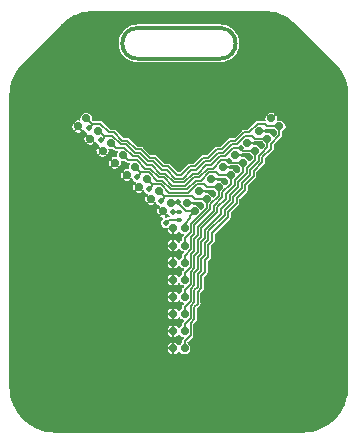
<source format=gbr>
%TF.GenerationSoftware,KiCad,Pcbnew,(6.0.7-1)-1*%
%TF.CreationDate,2022-09-29T17:50:22+03:00*%
%TF.ProjectId,Flux_Capacitor_Micro,466c7578-5f43-4617-9061-6369746f725f,3.0A*%
%TF.SameCoordinates,PX86594f8PY6db8610*%
%TF.FileFunction,Copper,L1,Top*%
%TF.FilePolarity,Positive*%
%FSLAX46Y46*%
G04 Gerber Fmt 4.6, Leading zero omitted, Abs format (unit mm)*
G04 Created by KiCad (PCBNEW (6.0.7-1)-1) date 2022-09-29 17:50:22*
%MOMM*%
%LPD*%
G01*
G04 APERTURE LIST*
G04 Aperture macros list*
%AMRoundRect*
0 Rectangle with rounded corners*
0 $1 Rounding radius*
0 $2 $3 $4 $5 $6 $7 $8 $9 X,Y pos of 4 corners*
0 Add a 4 corners polygon primitive as box body*
4,1,4,$2,$3,$4,$5,$6,$7,$8,$9,$2,$3,0*
0 Add four circle primitives for the rounded corners*
1,1,$1+$1,$2,$3*
1,1,$1+$1,$4,$5*
1,1,$1+$1,$6,$7*
1,1,$1+$1,$8,$9*
0 Add four rect primitives between the rounded corners*
20,1,$1+$1,$2,$3,$4,$5,0*
20,1,$1+$1,$4,$5,$6,$7,0*
20,1,$1+$1,$6,$7,$8,$9,0*
20,1,$1+$1,$8,$9,$2,$3,0*%
G04 Aperture macros list end*
%TA.AperFunction,NonConductor*%
%ADD10C,0.300000*%
%TD*%
%TA.AperFunction,SMDPad,CuDef*%
%ADD11RoundRect,0.150000X-0.212132X0.000000X0.000000X-0.212132X0.212132X0.000000X0.000000X0.212132X0*%
%TD*%
%TA.AperFunction,SMDPad,CuDef*%
%ADD12RoundRect,0.150000X0.000000X-0.212132X0.212132X0.000000X0.000000X0.212132X-0.212132X0.000000X0*%
%TD*%
%TA.AperFunction,SMDPad,CuDef*%
%ADD13RoundRect,0.150000X-0.150000X-0.150000X0.150000X-0.150000X0.150000X0.150000X-0.150000X0.150000X0*%
%TD*%
%TA.AperFunction,SMDPad,CuDef*%
%ADD14RoundRect,0.085000X0.165000X-0.085000X0.165000X0.085000X-0.165000X0.085000X-0.165000X-0.085000X0*%
%TD*%
%TA.AperFunction,ViaPad*%
%ADD15C,0.500000*%
%TD*%
%TA.AperFunction,Conductor*%
%ADD16C,0.150000*%
%TD*%
G04 APERTURE END LIST*
D10*
X11000000Y34400000D02*
G75*
G03*
X11000000Y31800000I0J-1300000D01*
G01*
X18000000Y31800000D02*
G75*
G03*
X18000000Y34400000I0J1300000D01*
G01*
X18000000Y31800000D02*
X11000000Y31800000D01*
X11000000Y34400000D02*
X18000000Y34400000D01*
D11*
X17210589Y21614411D03*
X17889411Y20935589D03*
D12*
X12135589Y19910589D03*
X12814411Y20589411D03*
X8035589Y24010589D03*
X8714411Y24689411D03*
D13*
X14020000Y13075000D03*
X14980000Y13075000D03*
D11*
X16185589Y20589411D03*
X16864411Y19910589D03*
D14*
X14500000Y18170000D03*
X14500000Y18830000D03*
D13*
X14020000Y15975000D03*
X14980000Y15975000D03*
X14020000Y7275000D03*
X14980000Y7275000D03*
D12*
X11110589Y20935589D03*
X11789411Y21614411D03*
X13160589Y18885589D03*
X13839411Y19564411D03*
X5985589Y26060589D03*
X6664411Y26739411D03*
D11*
X22335589Y26739411D03*
X23014411Y26060589D03*
D12*
X10085589Y21960589D03*
X10764411Y22639411D03*
D13*
X14020000Y10175000D03*
X14980000Y10175000D03*
D11*
X15160589Y19564411D03*
X15839411Y18885589D03*
D13*
X14020000Y8725000D03*
X14980000Y8725000D03*
X14020000Y17425000D03*
X14980000Y17425000D03*
D11*
X19260589Y23664411D03*
X19939411Y22985589D03*
X20285589Y24689411D03*
X20964411Y24010589D03*
X18235589Y22639411D03*
X18914411Y21960589D03*
D12*
X9060589Y22985589D03*
X9739411Y23664411D03*
D13*
X14020000Y14525000D03*
X14980000Y14525000D03*
D12*
X7010589Y25035589D03*
X7689411Y25714411D03*
D13*
X14020000Y11625000D03*
X14980000Y11625000D03*
D11*
X21310589Y25714411D03*
X21989411Y25035589D03*
D15*
X16350000Y19400000D03*
X18410000Y21440000D03*
X20450000Y23500000D03*
X21475000Y24525000D03*
X17375000Y20425000D03*
X14500000Y16810000D03*
X22490000Y25540000D03*
X19425000Y22475000D03*
X6850000Y25900000D03*
X7875000Y24875000D03*
X19750000Y24200000D03*
X18722000Y23178000D03*
X10950000Y21800000D03*
X11975000Y20775000D03*
X13000000Y19750000D03*
X14410523Y19676563D03*
X13390000Y17900000D03*
X13990000Y18820000D03*
D16*
X20285589Y23664411D02*
X20450000Y23500000D01*
X16185589Y20589411D02*
X17210589Y20589411D01*
X17210589Y21614411D02*
X18235589Y21614411D01*
X18235589Y22639411D02*
X19260589Y22639411D01*
X18235589Y21614411D02*
X18400000Y21450000D01*
X22490000Y25540000D02*
X22315589Y25714411D01*
X16185589Y19564411D02*
X16350000Y19400000D01*
X19260589Y23664411D02*
X20285589Y23664411D01*
X20285589Y24689411D02*
X21310589Y24689411D01*
X19260589Y22639411D02*
X19425000Y22475000D01*
X17210589Y20589411D02*
X17375000Y20425000D01*
X15160589Y19564411D02*
X16185589Y19564411D01*
X21310589Y24689411D02*
X21475000Y24525000D01*
X22315589Y25714411D02*
X21310589Y25714411D01*
X6664411Y26739411D02*
X7102759Y26301063D01*
X21748937Y26301063D02*
X21855000Y26195000D01*
X18661531Y18847995D02*
X18661531Y18424409D01*
X12440807Y23399143D02*
X13166287Y22673663D01*
X16702600Y14734670D02*
X16702600Y13708256D01*
X21563451Y23016279D02*
X20837971Y22290799D01*
X7102759Y26152759D02*
X6850000Y25900000D01*
X20837971Y21867213D02*
X20112491Y21141733D01*
X8993609Y25575583D02*
X9719089Y24850103D01*
X17301640Y16360124D02*
X17002120Y16060604D01*
X21563451Y23439865D02*
X21563451Y23016279D01*
X16982781Y23399143D02*
X17708262Y24124623D01*
X19387011Y19992667D02*
X19387011Y19573475D01*
X17708262Y24124623D02*
X18131846Y24124623D01*
X20006392Y25575583D02*
X20429977Y25575583D01*
X16103560Y11056388D02*
X15804040Y10756868D01*
X23014411Y25314411D02*
X22288931Y24588931D01*
X20112491Y20718147D02*
X19387011Y19992667D01*
X19280911Y24850103D02*
X20006392Y25575583D01*
X15504520Y8404520D02*
X14980000Y7880000D01*
X21155457Y26301063D02*
X21748937Y26301063D01*
X22288931Y24588931D02*
X22288931Y24165345D01*
X14315353Y21948183D02*
X14684651Y21948183D01*
X16103560Y12082802D02*
X16103560Y11056388D01*
X17002120Y15034190D02*
X16702600Y14734670D01*
X15504520Y9430934D02*
X15504520Y8404520D01*
X21855000Y26195000D02*
X21989411Y26060589D01*
X18131846Y24124623D02*
X18857327Y24850103D01*
X14980000Y7880000D02*
X14980000Y7275000D01*
X15804040Y10756868D02*
X15804040Y9730454D01*
X19387011Y19573475D02*
X18661531Y18847995D01*
X16403080Y13408736D02*
X16403080Y12382322D01*
X7102759Y26301063D02*
X7102759Y26152759D01*
X16403080Y12382322D02*
X16103560Y12082802D01*
X22288931Y24165345D02*
X21563451Y23439865D01*
X15833716Y22673663D02*
X16559197Y23399143D01*
X20112491Y21141733D02*
X20112491Y20718147D01*
X23014411Y26060589D02*
X23014411Y25314411D01*
X9719089Y24850103D02*
X10142675Y24850103D01*
X16702600Y13708256D02*
X16403080Y13408736D01*
X13166287Y22673663D02*
X13589873Y22673663D01*
X17301640Y17064518D02*
X17301640Y16360124D01*
X18661531Y18424409D02*
X17301640Y17064518D01*
X13589873Y22673663D02*
X14315353Y21948183D01*
X17002120Y16060604D02*
X17002120Y15034190D01*
X11291741Y24124623D02*
X12017221Y23399143D01*
X7844543Y26301063D02*
X8570023Y25575583D01*
X20837971Y22290799D02*
X20837971Y21867213D01*
X16559197Y23399143D02*
X16982781Y23399143D01*
X10142675Y24850103D02*
X10868155Y24124623D01*
X14684651Y21948183D02*
X15410132Y22673663D01*
X21989411Y26060589D02*
X23014411Y26060589D01*
X18857327Y24850103D02*
X19280911Y24850103D01*
X15410132Y22673663D02*
X15833716Y22673663D01*
X8570023Y25575583D02*
X8993609Y25575583D01*
X7102759Y26301063D02*
X7844543Y26301063D01*
X12017221Y23399143D02*
X12440807Y23399143D01*
X15804040Y9730454D02*
X15504520Y9430934D01*
X10868155Y24124623D02*
X11291741Y24124623D01*
X20429977Y25575583D02*
X21155457Y26301063D01*
X8869543Y25276063D02*
X9595023Y24550583D01*
X21989411Y25035589D02*
X21989411Y24289411D01*
X11893155Y23099623D02*
X12316741Y23099623D01*
X20723937Y25276063D02*
X20964411Y25035589D01*
X15804040Y12206868D02*
X15804040Y11180454D01*
X17106846Y23099623D02*
X17832327Y23825103D01*
X16403080Y14858736D02*
X16403080Y13832322D01*
X21551063Y23855457D02*
X21263931Y23568325D01*
X20130457Y25276063D02*
X20723937Y25276063D01*
X7689411Y25714411D02*
X8127759Y25276063D01*
X19087491Y19697541D02*
X18362011Y18972061D01*
X11167675Y23825103D02*
X11893155Y23099623D01*
X17002120Y17188584D02*
X17002120Y16484190D01*
X21989411Y24289411D02*
X21555457Y23855457D01*
X15504520Y9854520D02*
X14980000Y9330000D01*
X15957781Y22374143D02*
X16683262Y23099623D01*
X20964411Y25035589D02*
X21989411Y25035589D01*
X14808716Y21648663D02*
X15534197Y22374143D01*
X16403080Y13832322D02*
X16103560Y13532802D01*
X17002120Y16484190D02*
X16702600Y16184670D01*
X18981392Y24550583D02*
X19404977Y24550583D01*
X18255911Y23825103D02*
X18981392Y24550583D01*
X17832327Y23825103D02*
X18255911Y23825103D01*
X15504520Y10880934D02*
X15504520Y9854520D01*
X15804040Y11180454D02*
X15504520Y10880934D01*
X16683262Y23099623D02*
X17106846Y23099623D01*
X20538451Y22414865D02*
X20538451Y21991279D01*
X14980000Y9330000D02*
X14980000Y8725000D01*
X8127759Y25127759D02*
X7875000Y24875000D01*
X21263931Y23568325D02*
X21263931Y23140345D01*
X16103560Y12506388D02*
X15804040Y12206868D01*
X21555457Y23855457D02*
X21551063Y23855457D01*
X14191287Y21648663D02*
X14808716Y21648663D01*
X13465807Y22374143D02*
X14191287Y21648663D01*
X16702600Y15158256D02*
X16403080Y14858736D01*
X12316741Y23099623D02*
X13042221Y22374143D01*
X9595023Y24550583D02*
X10018609Y24550583D01*
X16702600Y16184670D02*
X16702600Y15158256D01*
X10744089Y23825103D02*
X11167675Y23825103D01*
X19812971Y21265799D02*
X19812971Y20842213D01*
X19404977Y24550583D02*
X20130457Y25276063D01*
X16103560Y13532802D02*
X16103560Y12506388D01*
X19087491Y20116733D02*
X19087491Y19697541D01*
X8127759Y25276063D02*
X8869543Y25276063D01*
X10018609Y24550583D02*
X10744089Y23825103D01*
X20538451Y21991279D02*
X19812971Y21265799D01*
X18362011Y18972061D02*
X18362011Y18548475D01*
X15534197Y22374143D02*
X15957781Y22374143D01*
X13042221Y22374143D02*
X13465807Y22374143D01*
X19812971Y20842213D02*
X19087491Y20116733D01*
X21263931Y23140345D02*
X20538451Y22414865D01*
X18362011Y18548475D02*
X17002120Y17188584D01*
X8127759Y25276063D02*
X8127759Y25127759D01*
X19513451Y20966279D02*
X18787971Y20240799D01*
X18062491Y19096127D02*
X18062491Y18672541D01*
X11769089Y22800103D02*
X12192675Y22800103D01*
X16081846Y22074623D02*
X16807327Y22800103D01*
X18787971Y20240799D02*
X18787971Y19821607D01*
X15504520Y11304520D02*
X14980000Y10780000D01*
X16702600Y17312650D02*
X16702600Y16608256D01*
X19513451Y21389865D02*
X19513451Y20966279D01*
X14980000Y10780000D02*
X14980000Y10175000D01*
X9152759Y24251063D02*
X9894543Y24251063D01*
X16103560Y14982802D02*
X16103560Y13956388D01*
X14932781Y21349143D02*
X15658262Y22074623D01*
X16403080Y16308736D02*
X16403080Y15282322D01*
X18787971Y19821607D02*
X18062491Y19096127D01*
X15504520Y12330934D02*
X15504520Y11304520D01*
X13341741Y22074623D02*
X14067221Y21349143D01*
X15804040Y12630454D02*
X15504520Y12330934D01*
X8714411Y24689411D02*
X9152759Y24251063D01*
X14067221Y21349143D02*
X14932781Y21349143D01*
X18379977Y23525583D02*
X19105457Y24251063D01*
X18062491Y18672541D02*
X16702600Y17312650D01*
X20964411Y23264411D02*
X20238931Y22538931D01*
X17956392Y23525583D02*
X18379977Y23525583D01*
X16702600Y16608256D02*
X16403080Y16308736D01*
X20238931Y22115345D02*
X19513451Y21389865D01*
X15804040Y13656868D02*
X15804040Y12630454D01*
X10620023Y23525583D02*
X11043609Y23525583D01*
X20964411Y24010589D02*
X20964411Y23264411D01*
X19698937Y24251063D02*
X19750000Y24200000D01*
X11043609Y23525583D02*
X11769089Y22800103D01*
X15658262Y22074623D02*
X16081846Y22074623D01*
X20238931Y22538931D02*
X20238931Y22115345D01*
X17230911Y22800103D02*
X17956392Y23525583D01*
X16103560Y13956388D02*
X15804040Y13656868D01*
X12918155Y22074623D02*
X13341741Y22074623D01*
X19750000Y24200000D02*
X19939411Y24010589D01*
X16807327Y22800103D02*
X17230911Y22800103D01*
X16403080Y15282322D02*
X16103560Y14982802D01*
X19105457Y24251063D02*
X19698937Y24251063D01*
X9894543Y24251063D02*
X10620023Y23525583D01*
X12192675Y22800103D02*
X12918155Y22074623D01*
X19939411Y24010589D02*
X20964411Y24010589D01*
X10919543Y23226063D02*
X11645023Y22500583D01*
X11645023Y22500583D02*
X12068609Y22500583D01*
X13943155Y21049623D02*
X15056846Y21049623D01*
X17354977Y22500583D02*
X18080457Y23226063D01*
X12794089Y21775103D02*
X13217675Y21775103D01*
X15782327Y21775103D02*
X16205911Y21775103D01*
X15804040Y15106868D02*
X15804040Y14080454D01*
X16205911Y21775103D02*
X16931392Y22500583D01*
X16103560Y16432802D02*
X16103560Y15406388D01*
X18673937Y23226063D02*
X18733500Y23166500D01*
X18914411Y22985589D02*
X19939411Y22985589D01*
X18733500Y23166500D02*
X18914411Y22985589D01*
X15804040Y14080454D02*
X15504520Y13780934D01*
X15056846Y21049623D02*
X15782327Y21775103D01*
X10177759Y23226063D02*
X10919543Y23226063D01*
X19939411Y22985589D02*
X19939411Y22239411D01*
X19939411Y22239411D02*
X19213931Y21513931D01*
X19213931Y21513931D02*
X19213931Y21090345D01*
X9739411Y23664411D02*
X10177759Y23226063D01*
X17762971Y19220193D02*
X17762971Y18796607D01*
X19213931Y21090345D02*
X18488451Y20364865D01*
X17762971Y18796607D02*
X16403080Y17436716D01*
X16931392Y22500583D02*
X17354977Y22500583D01*
X15504520Y13780934D02*
X15504520Y12754520D01*
X18488451Y20364865D02*
X18488451Y19945673D01*
X14980000Y12230000D02*
X14980000Y11625000D01*
X16403080Y16732322D02*
X16103560Y16432802D01*
X18080457Y23226063D02*
X18673937Y23226063D01*
X13217675Y21775103D02*
X13943155Y21049623D01*
X18488451Y19945673D02*
X17762971Y19220193D01*
X16103560Y15406388D02*
X15804040Y15106868D01*
X16403080Y17436716D02*
X16403080Y16732322D01*
X12068609Y22500583D02*
X12794089Y21775103D01*
X15504520Y12754520D02*
X14980000Y12230000D01*
X16103560Y17560782D02*
X16103560Y16856388D01*
X12670023Y21475583D02*
X13093609Y21475583D01*
X17055457Y22201063D02*
X17648937Y22201063D01*
X13093609Y21475583D02*
X13819089Y20750103D01*
X14980000Y13680000D02*
X14980000Y13075000D01*
X15504520Y14204520D02*
X14980000Y13680000D01*
X17715000Y22135000D02*
X17889411Y21960589D01*
X16103560Y16856388D02*
X15804040Y16556868D01*
X13819089Y20750103D02*
X15180911Y20750103D01*
X11202759Y22201063D02*
X11202759Y22052759D01*
X17648937Y22201063D02*
X17715000Y22135000D01*
X15906392Y21475583D02*
X16329977Y21475583D01*
X15180911Y20750103D02*
X15906392Y21475583D01*
X11944543Y22201063D02*
X12670023Y21475583D01*
X11202759Y22052759D02*
X10950000Y21800000D01*
X11202759Y22201063D02*
X11944543Y22201063D01*
X15504520Y15230934D02*
X15504520Y14204520D01*
X17463451Y19344259D02*
X17463451Y18920673D01*
X18188931Y20488931D02*
X18188931Y20069739D01*
X17463451Y18920673D02*
X16103560Y17560782D01*
X18188931Y20069739D02*
X17463451Y19344259D01*
X18914411Y21960589D02*
X18914411Y21214411D01*
X15804040Y15530454D02*
X15504520Y15230934D01*
X16329977Y21475583D02*
X17055457Y22201063D01*
X17889411Y21960589D02*
X18914411Y21960589D01*
X18914411Y21214411D02*
X18188931Y20488931D01*
X10764411Y22639411D02*
X11202759Y22201063D01*
X15804040Y16556868D02*
X15804040Y15530454D01*
X17889411Y20935589D02*
X17889411Y20193805D01*
X15504520Y16680934D02*
X15504520Y15654520D01*
X16856019Y20935589D02*
X17889411Y20935589D01*
X16615545Y21176063D02*
X16856019Y20935589D01*
X17163931Y19468325D02*
X17163931Y19044739D01*
X14980000Y15130000D02*
X14980000Y14525000D01*
X17163931Y19044739D02*
X15804040Y17684848D01*
X15504520Y15654520D02*
X14980000Y15130000D01*
X13695023Y20450583D02*
X15304977Y20450583D01*
X17889411Y20193805D02*
X17163931Y19468325D01*
X12969543Y21176063D02*
X13695023Y20450583D01*
X11789411Y21614411D02*
X12227759Y21176063D01*
X15804040Y16980454D02*
X15504520Y16680934D01*
X12227759Y21176063D02*
X12969543Y21176063D01*
X15304977Y20450583D02*
X16030457Y21176063D01*
X15804040Y17684848D02*
X15804040Y16980454D01*
X16030457Y21176063D02*
X16615545Y21176063D01*
X12227759Y21176063D02*
X12227759Y21027759D01*
X12227759Y21027759D02*
X11975000Y20775000D01*
X15504520Y17808914D02*
X15504520Y17104520D01*
X15504520Y17104520D02*
X14980000Y16580000D01*
X13683216Y20150000D02*
X13684279Y20151063D01*
X12814411Y20589411D02*
X13253822Y20150000D01*
X13000000Y19750000D02*
X13253822Y20003822D01*
X15598937Y20151063D02*
X15700000Y20050000D01*
X13253822Y20150000D02*
X13683216Y20150000D01*
X15700000Y20050000D02*
X15839411Y19910589D01*
X13253822Y20003822D02*
X13253822Y20150000D01*
X16864411Y19168805D02*
X15504520Y17808914D01*
X13684279Y20151063D02*
X15598937Y20151063D01*
X15839411Y19910589D02*
X16864411Y19910589D01*
X14980000Y16580000D02*
X14980000Y15975000D01*
X16864411Y19910589D02*
X16864411Y19168805D01*
X14410523Y19569345D02*
X14410523Y19676563D01*
X15114411Y18885589D02*
X15839411Y18885589D01*
X14435589Y19564411D02*
X15114411Y18885589D01*
X15470000Y18280000D02*
X15470000Y18516178D01*
X14405589Y19564411D02*
X14435589Y19564411D01*
X13839411Y19564411D02*
X14405589Y19564411D01*
X15470000Y18516178D02*
X15839411Y18885589D01*
X14405589Y19564411D02*
X14410523Y19569345D01*
X14980000Y17425000D02*
X14980000Y17790000D01*
X14980000Y17790000D02*
X15470000Y18280000D01*
X13660000Y18170000D02*
X14500000Y18170000D01*
X13390000Y17900000D02*
X13660000Y18170000D01*
X14000000Y18830000D02*
X14500000Y18830000D01*
X13990000Y18820000D02*
X14000000Y18830000D01*
%TA.AperFunction,Conductor*%
G36*
X21689594Y35846979D02*
G01*
X21700000Y35844191D01*
X21709409Y35846712D01*
X21714287Y35846712D01*
X21728416Y35848259D01*
X21858953Y35842560D01*
X22034466Y35834897D01*
X22040887Y35834334D01*
X22369600Y35791059D01*
X22375949Y35789940D01*
X22505361Y35761250D01*
X22699644Y35718178D01*
X22705879Y35716507D01*
X23022073Y35616811D01*
X23028139Y35614603D01*
X23334444Y35487728D01*
X23340295Y35485000D01*
X23634389Y35331904D01*
X23639980Y35328676D01*
X23919600Y35150539D01*
X23924888Y35146836D01*
X24187916Y34945007D01*
X24192862Y34940857D01*
X24418714Y34733901D01*
X24427607Y34722821D01*
X24431060Y34719369D01*
X24435931Y34710931D01*
X24445261Y34705544D01*
X24460585Y34693786D01*
X27693786Y31460585D01*
X27705544Y31445261D01*
X27710931Y31435931D01*
X27719369Y31431060D01*
X27722821Y31427607D01*
X27733901Y31418714D01*
X27940857Y31192862D01*
X27945007Y31187916D01*
X28146836Y30924888D01*
X28150539Y30919600D01*
X28328676Y30639980D01*
X28331904Y30634389D01*
X28485000Y30340295D01*
X28487728Y30334444D01*
X28614603Y30028139D01*
X28616811Y30022073D01*
X28716507Y29705879D01*
X28718178Y29699644D01*
X28789939Y29375954D01*
X28791060Y29369596D01*
X28834334Y29040892D01*
X28834897Y29034461D01*
X28848259Y28728416D01*
X28846712Y28714287D01*
X28846712Y28709409D01*
X28844191Y28700000D01*
X28846712Y28690592D01*
X28846979Y28689596D01*
X28849500Y28670443D01*
X28849500Y4054557D01*
X28846979Y4035406D01*
X28844191Y4025000D01*
X28846712Y4015590D01*
X28846712Y4009753D01*
X28848108Y3996676D01*
X28831021Y3648862D01*
X28830309Y3641635D01*
X28775586Y3272718D01*
X28774169Y3265595D01*
X28683548Y2903818D01*
X28681440Y2896869D01*
X28555792Y2545705D01*
X28553021Y2539017D01*
X28541674Y2515024D01*
X28393560Y2201864D01*
X28390137Y2195460D01*
X28198396Y1875558D01*
X28194366Y1869527D01*
X27972192Y1569959D01*
X27967598Y1564361D01*
X27717126Y1288008D01*
X27711994Y1282876D01*
X27435639Y1032402D01*
X27430045Y1027812D01*
X27130473Y805634D01*
X27124442Y801604D01*
X26804540Y609863D01*
X26798136Y606440D01*
X26645368Y534186D01*
X26460983Y446979D01*
X26454295Y444208D01*
X26202241Y354022D01*
X26103131Y318560D01*
X26096182Y316452D01*
X25734405Y225831D01*
X25727282Y224414D01*
X25358365Y169691D01*
X25351138Y168979D01*
X25003324Y151892D01*
X24990247Y153288D01*
X24984410Y153288D01*
X24975000Y155809D01*
X24964594Y153021D01*
X24945443Y150500D01*
X4054557Y150500D01*
X4035406Y153021D01*
X4025000Y155809D01*
X4015590Y153288D01*
X4009753Y153288D01*
X3996676Y151892D01*
X3648862Y168979D01*
X3641635Y169691D01*
X3272718Y224414D01*
X3265595Y225831D01*
X2903818Y316452D01*
X2896869Y318560D01*
X2797759Y354022D01*
X2545705Y444208D01*
X2539017Y446979D01*
X2354632Y534186D01*
X2201864Y606440D01*
X2195460Y609863D01*
X1875558Y801604D01*
X1869527Y805634D01*
X1569955Y1027812D01*
X1564361Y1032402D01*
X1288006Y1282876D01*
X1282874Y1288008D01*
X1032402Y1564361D01*
X1027808Y1569959D01*
X805634Y1869527D01*
X801604Y1875558D01*
X609863Y2195460D01*
X606440Y2201864D01*
X458326Y2515024D01*
X446979Y2539017D01*
X444208Y2545705D01*
X318560Y2896869D01*
X316452Y2903818D01*
X225831Y3265595D01*
X224414Y3272718D01*
X169691Y3641635D01*
X168979Y3648862D01*
X151892Y3996676D01*
X153288Y4009753D01*
X153288Y4015590D01*
X155809Y4025000D01*
X153021Y4035406D01*
X150500Y4054557D01*
X150500Y7082609D01*
X13570000Y7082609D01*
X13570258Y7078261D01*
X13572456Y7059782D01*
X13575365Y7049199D01*
X13615706Y6958377D01*
X13623313Y6947310D01*
X13692739Y6878005D01*
X13703824Y6870415D01*
X13794703Y6830238D01*
X13805315Y6827345D01*
X13823298Y6825248D01*
X13827568Y6825000D01*
X13931952Y6825000D01*
X13941948Y6828638D01*
X13945000Y6833925D01*
X13945000Y7186952D01*
X13941362Y7196948D01*
X13936075Y7200000D01*
X13583048Y7200000D01*
X13573052Y7196362D01*
X13570000Y7191075D01*
X13570000Y7082609D01*
X150500Y7082609D01*
X150500Y7363048D01*
X13570000Y7363048D01*
X13573638Y7353052D01*
X13578925Y7350000D01*
X13931952Y7350000D01*
X13941948Y7353638D01*
X13945000Y7358925D01*
X13945000Y7711952D01*
X13941362Y7721948D01*
X13936075Y7725000D01*
X13827609Y7725000D01*
X13823261Y7724742D01*
X13804782Y7722544D01*
X13794199Y7719635D01*
X13703377Y7679294D01*
X13692310Y7671687D01*
X13623005Y7602261D01*
X13615415Y7591176D01*
X13575238Y7500297D01*
X13572345Y7489685D01*
X13570248Y7471702D01*
X13570000Y7467432D01*
X13570000Y7363048D01*
X150500Y7363048D01*
X150500Y8532609D01*
X13570000Y8532609D01*
X13570258Y8528261D01*
X13572456Y8509782D01*
X13575365Y8499199D01*
X13615706Y8408377D01*
X13623313Y8397310D01*
X13692739Y8328005D01*
X13703824Y8320415D01*
X13794703Y8280238D01*
X13805315Y8277345D01*
X13823298Y8275248D01*
X13827568Y8275000D01*
X13931952Y8275000D01*
X13941948Y8278638D01*
X13945000Y8283925D01*
X13945000Y8636952D01*
X13941362Y8646948D01*
X13936075Y8650000D01*
X13583048Y8650000D01*
X13573052Y8646362D01*
X13570000Y8641075D01*
X13570000Y8532609D01*
X150500Y8532609D01*
X150500Y8813048D01*
X13570000Y8813048D01*
X13573638Y8803052D01*
X13578925Y8800000D01*
X13931952Y8800000D01*
X13941948Y8803638D01*
X13945000Y8808925D01*
X13945000Y9161952D01*
X13941362Y9171948D01*
X13936075Y9175000D01*
X13827609Y9175000D01*
X13823261Y9174742D01*
X13804782Y9172544D01*
X13794199Y9169635D01*
X13703377Y9129294D01*
X13692310Y9121687D01*
X13623005Y9052261D01*
X13615415Y9041176D01*
X13575238Y8950297D01*
X13572345Y8939685D01*
X13570248Y8921702D01*
X13570000Y8917432D01*
X13570000Y8813048D01*
X150500Y8813048D01*
X150500Y9982609D01*
X13570000Y9982609D01*
X13570258Y9978261D01*
X13572456Y9959782D01*
X13575365Y9949199D01*
X13615706Y9858377D01*
X13623313Y9847310D01*
X13692739Y9778005D01*
X13703824Y9770415D01*
X13794703Y9730238D01*
X13805315Y9727345D01*
X13823298Y9725248D01*
X13827568Y9725000D01*
X13931952Y9725000D01*
X13941948Y9728638D01*
X13945000Y9733925D01*
X13945000Y10086952D01*
X13941362Y10096948D01*
X13936075Y10100000D01*
X13583048Y10100000D01*
X13573052Y10096362D01*
X13570000Y10091075D01*
X13570000Y9982609D01*
X150500Y9982609D01*
X150500Y10263048D01*
X13570000Y10263048D01*
X13573638Y10253052D01*
X13578925Y10250000D01*
X13931952Y10250000D01*
X13941948Y10253638D01*
X13945000Y10258925D01*
X13945000Y10611952D01*
X13941362Y10621948D01*
X13936075Y10625000D01*
X13827609Y10625000D01*
X13823261Y10624742D01*
X13804782Y10622544D01*
X13794199Y10619635D01*
X13703377Y10579294D01*
X13692310Y10571687D01*
X13623005Y10502261D01*
X13615415Y10491176D01*
X13575238Y10400297D01*
X13572345Y10389685D01*
X13570248Y10371702D01*
X13570000Y10367432D01*
X13570000Y10263048D01*
X150500Y10263048D01*
X150500Y11432609D01*
X13570000Y11432609D01*
X13570258Y11428261D01*
X13572456Y11409782D01*
X13575365Y11399199D01*
X13615706Y11308377D01*
X13623313Y11297310D01*
X13692739Y11228005D01*
X13703824Y11220415D01*
X13794703Y11180238D01*
X13805315Y11177345D01*
X13823298Y11175248D01*
X13827568Y11175000D01*
X13931952Y11175000D01*
X13941948Y11178638D01*
X13945000Y11183925D01*
X13945000Y11536952D01*
X13941362Y11546948D01*
X13936075Y11550000D01*
X13583048Y11550000D01*
X13573052Y11546362D01*
X13570000Y11541075D01*
X13570000Y11432609D01*
X150500Y11432609D01*
X150500Y11713048D01*
X13570000Y11713048D01*
X13573638Y11703052D01*
X13578925Y11700000D01*
X13931952Y11700000D01*
X13941948Y11703638D01*
X13945000Y11708925D01*
X13945000Y12061952D01*
X13941362Y12071948D01*
X13936075Y12075000D01*
X13827609Y12075000D01*
X13823261Y12074742D01*
X13804782Y12072544D01*
X13794199Y12069635D01*
X13703377Y12029294D01*
X13692310Y12021687D01*
X13623005Y11952261D01*
X13615415Y11941176D01*
X13575238Y11850297D01*
X13572345Y11839685D01*
X13570248Y11821702D01*
X13570000Y11817432D01*
X13570000Y11713048D01*
X150500Y11713048D01*
X150500Y12882609D01*
X13570000Y12882609D01*
X13570258Y12878261D01*
X13572456Y12859782D01*
X13575365Y12849199D01*
X13615706Y12758377D01*
X13623313Y12747310D01*
X13692739Y12678005D01*
X13703824Y12670415D01*
X13794703Y12630238D01*
X13805315Y12627345D01*
X13823298Y12625248D01*
X13827568Y12625000D01*
X13931952Y12625000D01*
X13941948Y12628638D01*
X13945000Y12633925D01*
X13945000Y12986952D01*
X13941362Y12996948D01*
X13936075Y13000000D01*
X13583048Y13000000D01*
X13573052Y12996362D01*
X13570000Y12991075D01*
X13570000Y12882609D01*
X150500Y12882609D01*
X150500Y13163048D01*
X13570000Y13163048D01*
X13573638Y13153052D01*
X13578925Y13150000D01*
X13931952Y13150000D01*
X13941948Y13153638D01*
X13945000Y13158925D01*
X13945000Y13511952D01*
X13941362Y13521948D01*
X13936075Y13525000D01*
X13827609Y13525000D01*
X13823261Y13524742D01*
X13804782Y13522544D01*
X13794199Y13519635D01*
X13703377Y13479294D01*
X13692310Y13471687D01*
X13623005Y13402261D01*
X13615415Y13391176D01*
X13575238Y13300297D01*
X13572345Y13289685D01*
X13570248Y13271702D01*
X13570000Y13267432D01*
X13570000Y13163048D01*
X150500Y13163048D01*
X150500Y14332609D01*
X13570000Y14332609D01*
X13570258Y14328261D01*
X13572456Y14309782D01*
X13575365Y14299199D01*
X13615706Y14208377D01*
X13623313Y14197310D01*
X13692739Y14128005D01*
X13703824Y14120415D01*
X13794703Y14080238D01*
X13805315Y14077345D01*
X13823298Y14075248D01*
X13827568Y14075000D01*
X13931952Y14075000D01*
X13941948Y14078638D01*
X13945000Y14083925D01*
X13945000Y14436952D01*
X13941362Y14446948D01*
X13936075Y14450000D01*
X13583048Y14450000D01*
X13573052Y14446362D01*
X13570000Y14441075D01*
X13570000Y14332609D01*
X150500Y14332609D01*
X150500Y14613048D01*
X13570000Y14613048D01*
X13573638Y14603052D01*
X13578925Y14600000D01*
X13931952Y14600000D01*
X13941948Y14603638D01*
X13945000Y14608925D01*
X13945000Y14961952D01*
X13941362Y14971948D01*
X13936075Y14975000D01*
X13827609Y14975000D01*
X13823261Y14974742D01*
X13804782Y14972544D01*
X13794199Y14969635D01*
X13703377Y14929294D01*
X13692310Y14921687D01*
X13623005Y14852261D01*
X13615415Y14841176D01*
X13575238Y14750297D01*
X13572345Y14739685D01*
X13570248Y14721702D01*
X13570000Y14717432D01*
X13570000Y14613048D01*
X150500Y14613048D01*
X150500Y15782609D01*
X13570000Y15782609D01*
X13570258Y15778261D01*
X13572456Y15759782D01*
X13575365Y15749199D01*
X13615706Y15658377D01*
X13623313Y15647310D01*
X13692739Y15578005D01*
X13703824Y15570415D01*
X13794703Y15530238D01*
X13805315Y15527345D01*
X13823298Y15525248D01*
X13827568Y15525000D01*
X13931952Y15525000D01*
X13941948Y15528638D01*
X13945000Y15533925D01*
X13945000Y15886952D01*
X13941362Y15896948D01*
X13936075Y15900000D01*
X13583048Y15900000D01*
X13573052Y15896362D01*
X13570000Y15891075D01*
X13570000Y15782609D01*
X150500Y15782609D01*
X150500Y16063048D01*
X13570000Y16063048D01*
X13573638Y16053052D01*
X13578925Y16050000D01*
X13931952Y16050000D01*
X13941948Y16053638D01*
X13945000Y16058925D01*
X13945000Y16411952D01*
X13941362Y16421948D01*
X13936075Y16425000D01*
X13827609Y16425000D01*
X13823261Y16424742D01*
X13804782Y16422544D01*
X13794199Y16419635D01*
X13703377Y16379294D01*
X13692310Y16371687D01*
X13623005Y16302261D01*
X13615415Y16291176D01*
X13575238Y16200297D01*
X13572345Y16189685D01*
X13570248Y16171702D01*
X13570000Y16167432D01*
X13570000Y16063048D01*
X150500Y16063048D01*
X150500Y17232609D01*
X13570000Y17232609D01*
X13570258Y17228261D01*
X13572456Y17209782D01*
X13575365Y17199199D01*
X13615706Y17108377D01*
X13623313Y17097310D01*
X13692739Y17028005D01*
X13703824Y17020415D01*
X13794703Y16980238D01*
X13805315Y16977345D01*
X13823298Y16975248D01*
X13827568Y16975000D01*
X13931952Y16975000D01*
X13941948Y16978638D01*
X13945000Y16983925D01*
X13945000Y17336952D01*
X13941362Y17346948D01*
X13936075Y17350000D01*
X13583048Y17350000D01*
X13573052Y17346362D01*
X13570000Y17341075D01*
X13570000Y17232609D01*
X150500Y17232609D01*
X150500Y18934375D01*
X12648377Y18934375D01*
X12648462Y18836280D01*
X12650933Y18823076D01*
X12686785Y18730407D01*
X12692245Y18720853D01*
X12703474Y18706660D01*
X12706325Y18703457D01*
X12780132Y18629650D01*
X12789771Y18625155D01*
X12795670Y18626736D01*
X13045297Y18876363D01*
X13049792Y18886002D01*
X13048211Y18891901D01*
X12798584Y19141528D01*
X12788945Y19146023D01*
X12783046Y19144442D01*
X12706345Y19067741D01*
X12703462Y19064495D01*
X12691947Y19049871D01*
X12686517Y19040324D01*
X12650825Y18947583D01*
X12648377Y18934375D01*
X150500Y18934375D01*
X150500Y19538945D01*
X11875155Y19538945D01*
X11876736Y19533046D01*
X11953437Y19456345D01*
X11956683Y19453462D01*
X11971307Y19441947D01*
X11980854Y19436517D01*
X12073595Y19400825D01*
X12086803Y19398377D01*
X12184898Y19398462D01*
X12198102Y19400933D01*
X12290771Y19436785D01*
X12300325Y19442245D01*
X12314518Y19453474D01*
X12317721Y19456325D01*
X12391528Y19530132D01*
X12396023Y19539771D01*
X12394442Y19545670D01*
X12144815Y19795297D01*
X12135176Y19799792D01*
X12129277Y19798211D01*
X11879650Y19548584D01*
X11875155Y19538945D01*
X150500Y19538945D01*
X150500Y19959375D01*
X11623377Y19959375D01*
X11623462Y19861280D01*
X11625933Y19848076D01*
X11661785Y19755407D01*
X11667245Y19745853D01*
X11678474Y19731660D01*
X11681325Y19728457D01*
X11755132Y19654650D01*
X11764771Y19650155D01*
X11770670Y19651736D01*
X12020297Y19901363D01*
X12024792Y19911002D01*
X12023211Y19916901D01*
X11773584Y20166528D01*
X11763945Y20171023D01*
X11758046Y20169442D01*
X11681345Y20092741D01*
X11678462Y20089495D01*
X11666947Y20074871D01*
X11661517Y20065324D01*
X11625825Y19972583D01*
X11623377Y19959375D01*
X150500Y19959375D01*
X150500Y20563945D01*
X10850155Y20563945D01*
X10851736Y20558046D01*
X10928437Y20481345D01*
X10931683Y20478462D01*
X10946307Y20466947D01*
X10955854Y20461517D01*
X11048595Y20425825D01*
X11061803Y20423377D01*
X11159898Y20423462D01*
X11173102Y20425933D01*
X11265771Y20461785D01*
X11275325Y20467245D01*
X11289518Y20478474D01*
X11292721Y20481325D01*
X11366528Y20555132D01*
X11371023Y20564771D01*
X11369442Y20570670D01*
X11119815Y20820297D01*
X11110176Y20824792D01*
X11104277Y20823211D01*
X10854650Y20573584D01*
X10850155Y20563945D01*
X150500Y20563945D01*
X150500Y20984375D01*
X10598377Y20984375D01*
X10598462Y20886280D01*
X10600933Y20873076D01*
X10636785Y20780407D01*
X10642245Y20770853D01*
X10653474Y20756660D01*
X10656325Y20753457D01*
X10730132Y20679650D01*
X10739771Y20675155D01*
X10745670Y20676736D01*
X10995297Y20926363D01*
X10999792Y20936002D01*
X10998211Y20941901D01*
X10748584Y21191528D01*
X10738945Y21196023D01*
X10733046Y21194442D01*
X10656345Y21117741D01*
X10653462Y21114495D01*
X10641947Y21099871D01*
X10636517Y21090324D01*
X10600825Y20997583D01*
X10598377Y20984375D01*
X150500Y20984375D01*
X150500Y21588945D01*
X9825155Y21588945D01*
X9826736Y21583046D01*
X9903437Y21506345D01*
X9906683Y21503462D01*
X9921307Y21491947D01*
X9930854Y21486517D01*
X10023595Y21450825D01*
X10036803Y21448377D01*
X10134898Y21448462D01*
X10148102Y21450933D01*
X10240771Y21486785D01*
X10250325Y21492245D01*
X10264518Y21503474D01*
X10267721Y21506325D01*
X10341528Y21580132D01*
X10346023Y21589771D01*
X10344442Y21595670D01*
X10094815Y21845297D01*
X10085176Y21849792D01*
X10079277Y21848211D01*
X9829650Y21598584D01*
X9825155Y21588945D01*
X150500Y21588945D01*
X150500Y22009375D01*
X9573377Y22009375D01*
X9573462Y21911280D01*
X9575933Y21898076D01*
X9611785Y21805407D01*
X9617245Y21795853D01*
X9628474Y21781660D01*
X9631325Y21778457D01*
X9705132Y21704650D01*
X9714771Y21700155D01*
X9720670Y21701736D01*
X9970297Y21951363D01*
X9974792Y21961002D01*
X9973211Y21966901D01*
X9723584Y22216528D01*
X9713945Y22221023D01*
X9708046Y22219442D01*
X9631345Y22142741D01*
X9628462Y22139495D01*
X9616947Y22124871D01*
X9611517Y22115324D01*
X9575825Y22022583D01*
X9573377Y22009375D01*
X150500Y22009375D01*
X150500Y22613945D01*
X8800155Y22613945D01*
X8801736Y22608046D01*
X8878437Y22531345D01*
X8881683Y22528462D01*
X8896307Y22516947D01*
X8905854Y22511517D01*
X8998595Y22475825D01*
X9011803Y22473377D01*
X9109898Y22473462D01*
X9123102Y22475933D01*
X9215771Y22511785D01*
X9225325Y22517245D01*
X9239518Y22528474D01*
X9242721Y22531325D01*
X9316528Y22605132D01*
X9321023Y22614771D01*
X9319442Y22620670D01*
X9069815Y22870297D01*
X9060176Y22874792D01*
X9054277Y22873211D01*
X8804650Y22623584D01*
X8800155Y22613945D01*
X150500Y22613945D01*
X150500Y23034375D01*
X8548377Y23034375D01*
X8548462Y22936280D01*
X8550933Y22923076D01*
X8586785Y22830407D01*
X8592245Y22820853D01*
X8603474Y22806660D01*
X8606325Y22803457D01*
X8680132Y22729650D01*
X8689771Y22725155D01*
X8695670Y22726736D01*
X8945297Y22976363D01*
X8949792Y22986002D01*
X8948211Y22991901D01*
X8698584Y23241528D01*
X8688945Y23246023D01*
X8683046Y23244442D01*
X8606345Y23167741D01*
X8603462Y23164495D01*
X8591947Y23149871D01*
X8586517Y23140324D01*
X8550825Y23047583D01*
X8548377Y23034375D01*
X150500Y23034375D01*
X150500Y23638945D01*
X7775155Y23638945D01*
X7776736Y23633046D01*
X7853437Y23556345D01*
X7856683Y23553462D01*
X7871307Y23541947D01*
X7880854Y23536517D01*
X7973595Y23500825D01*
X7986803Y23498377D01*
X8084898Y23498462D01*
X8098102Y23500933D01*
X8190771Y23536785D01*
X8200325Y23542245D01*
X8214518Y23553474D01*
X8217721Y23556325D01*
X8291528Y23630132D01*
X8296023Y23639771D01*
X8294442Y23645670D01*
X8044815Y23895297D01*
X8035176Y23899792D01*
X8029277Y23898211D01*
X7779650Y23648584D01*
X7775155Y23638945D01*
X150500Y23638945D01*
X150500Y24059375D01*
X7523377Y24059375D01*
X7523462Y23961280D01*
X7525933Y23948076D01*
X7561785Y23855407D01*
X7567245Y23845853D01*
X7578474Y23831660D01*
X7581325Y23828457D01*
X7655132Y23754650D01*
X7664771Y23750155D01*
X7670670Y23751736D01*
X7920297Y24001363D01*
X7924792Y24011002D01*
X7923211Y24016901D01*
X7673584Y24266528D01*
X7663945Y24271023D01*
X7658046Y24269442D01*
X7581345Y24192741D01*
X7578462Y24189495D01*
X7566947Y24174871D01*
X7561517Y24165324D01*
X7525825Y24072583D01*
X7523377Y24059375D01*
X150500Y24059375D01*
X150500Y24663945D01*
X6750155Y24663945D01*
X6751736Y24658046D01*
X6828437Y24581345D01*
X6831683Y24578462D01*
X6846307Y24566947D01*
X6855854Y24561517D01*
X6948595Y24525825D01*
X6961803Y24523377D01*
X7059898Y24523462D01*
X7073102Y24525933D01*
X7165771Y24561785D01*
X7175325Y24567245D01*
X7189518Y24578474D01*
X7192721Y24581325D01*
X7266528Y24655132D01*
X7271023Y24664771D01*
X7269442Y24670670D01*
X7019815Y24920297D01*
X7010176Y24924792D01*
X7004277Y24923211D01*
X6754650Y24673584D01*
X6750155Y24663945D01*
X150500Y24663945D01*
X150500Y25084375D01*
X6498377Y25084375D01*
X6498462Y24986280D01*
X6500933Y24973076D01*
X6536785Y24880407D01*
X6542245Y24870853D01*
X6553474Y24856660D01*
X6556325Y24853457D01*
X6630132Y24779650D01*
X6639771Y24775155D01*
X6645670Y24776736D01*
X6895297Y25026363D01*
X6899792Y25036002D01*
X6898211Y25041901D01*
X6648584Y25291528D01*
X6638945Y25296023D01*
X6633046Y25294442D01*
X6556345Y25217741D01*
X6553462Y25214495D01*
X6541947Y25199871D01*
X6536517Y25190324D01*
X6500825Y25097583D01*
X6498377Y25084375D01*
X150500Y25084375D01*
X150500Y25688945D01*
X5725155Y25688945D01*
X5726736Y25683046D01*
X5803437Y25606345D01*
X5806683Y25603462D01*
X5821307Y25591947D01*
X5830854Y25586517D01*
X5923595Y25550825D01*
X5936803Y25548377D01*
X6034898Y25548462D01*
X6048102Y25550933D01*
X6140771Y25586785D01*
X6150325Y25592245D01*
X6164518Y25603474D01*
X6167721Y25606325D01*
X6241528Y25680132D01*
X6246023Y25689771D01*
X6244442Y25695670D01*
X5994815Y25945297D01*
X5985176Y25949792D01*
X5979277Y25948211D01*
X5729650Y25698584D01*
X5725155Y25688945D01*
X150500Y25688945D01*
X150500Y26109375D01*
X5473377Y26109375D01*
X5473462Y26011280D01*
X5475933Y25998076D01*
X5511785Y25905407D01*
X5517245Y25895853D01*
X5528474Y25881660D01*
X5531325Y25878457D01*
X5605132Y25804650D01*
X5614771Y25800155D01*
X5620670Y25801736D01*
X5870297Y26051363D01*
X5874792Y26061002D01*
X5873211Y26066901D01*
X5623584Y26316528D01*
X5613945Y26321023D01*
X5608046Y26319442D01*
X5531345Y26242741D01*
X5528462Y26239495D01*
X5516947Y26224871D01*
X5511517Y26215324D01*
X5475825Y26122583D01*
X5473377Y26109375D01*
X150500Y26109375D01*
X150500Y26431407D01*
X5725155Y26431407D01*
X5726736Y26425508D01*
X6347594Y25804650D01*
X6357233Y25800155D01*
X6362439Y25801550D01*
X6412866Y25797139D01*
X6447526Y25763667D01*
X6502921Y25654947D01*
X6502923Y25654944D01*
X6505567Y25649755D01*
X6599755Y25555567D01*
X6604944Y25552923D01*
X6604947Y25552921D01*
X6713810Y25497453D01*
X6748332Y25460433D01*
X6750982Y25409883D01*
X6749947Y25407186D01*
X6751736Y25400508D01*
X7372594Y24779650D01*
X7382233Y24775155D01*
X7387439Y24776550D01*
X7437866Y24772139D01*
X7472526Y24738667D01*
X7527921Y24629947D01*
X7527923Y24629944D01*
X7530567Y24624755D01*
X7624755Y24530567D01*
X7629944Y24527923D01*
X7629947Y24527921D01*
X7738810Y24472453D01*
X7773332Y24435433D01*
X7775982Y24384883D01*
X7774947Y24382186D01*
X7776736Y24375508D01*
X8397594Y23754650D01*
X8407233Y23750155D01*
X8413132Y23751736D01*
X8489833Y23828437D01*
X8492716Y23831683D01*
X8504231Y23846307D01*
X8509661Y23855854D01*
X8545353Y23948595D01*
X8547801Y23961803D01*
X8547716Y24059898D01*
X8545245Y24073103D01*
X8538561Y24090379D01*
X8537545Y24140988D01*
X8569298Y24180410D01*
X8618961Y24190198D01*
X8634150Y24186143D01*
X8658701Y24176694D01*
X8714674Y24176743D01*
X8763814Y24176785D01*
X8770646Y24176791D01*
X8777016Y24179256D01*
X8777019Y24179256D01*
X8824827Y24197752D01*
X8875436Y24198768D01*
X8903853Y24181063D01*
X8987761Y24097155D01*
X8990428Y24094345D01*
X9017252Y24064554D01*
X9024358Y24061390D01*
X9024361Y24061388D01*
X9039506Y24054645D01*
X9049709Y24049106D01*
X9063620Y24040072D01*
X9063622Y24040071D01*
X9070142Y24035837D01*
X9077824Y24034620D01*
X9077827Y24034619D01*
X9078540Y24034506D01*
X9097056Y24029022D01*
X9097721Y24028726D01*
X9097724Y24028725D01*
X9104827Y24025563D01*
X9129187Y24025563D01*
X9140763Y24024652D01*
X9164825Y24020841D01*
X9172337Y24022854D01*
X9172341Y24022854D01*
X9173038Y24023041D01*
X9192191Y24025563D01*
X9284808Y24025563D01*
X9332374Y24008250D01*
X9357684Y23964413D01*
X9348894Y23914563D01*
X9337134Y23899237D01*
X9283224Y23845327D01*
X9281866Y23843602D01*
X9270334Y23828956D01*
X9270332Y23828953D01*
X9266902Y23824596D01*
X9226694Y23720121D01*
X9226700Y23713289D01*
X9226785Y23615625D01*
X9226791Y23608176D01*
X9236053Y23584235D01*
X9237069Y23533628D01*
X9205317Y23494206D01*
X9155654Y23484417D01*
X9140460Y23488473D01*
X9122581Y23495354D01*
X9109375Y23497801D01*
X9011280Y23497716D01*
X8998076Y23495245D01*
X8905407Y23459393D01*
X8895853Y23453933D01*
X8881660Y23442704D01*
X8878457Y23439853D01*
X8804650Y23366046D01*
X8800155Y23356407D01*
X8801736Y23350508D01*
X9422594Y22729650D01*
X9432233Y22725155D01*
X9438132Y22726736D01*
X9514833Y22803437D01*
X9517716Y22806683D01*
X9529231Y22821307D01*
X9534661Y22830854D01*
X9570353Y22923595D01*
X9572801Y22936803D01*
X9572716Y23034898D01*
X9570245Y23048103D01*
X9563561Y23065379D01*
X9562545Y23115988D01*
X9594298Y23155410D01*
X9643961Y23165198D01*
X9659150Y23161143D01*
X9683701Y23151694D01*
X9739673Y23151742D01*
X9788814Y23151785D01*
X9795646Y23151791D01*
X9802016Y23154256D01*
X9802019Y23154256D01*
X9849827Y23172752D01*
X9900436Y23173768D01*
X9928853Y23156063D01*
X10012761Y23072155D01*
X10015428Y23069345D01*
X10042252Y23039554D01*
X10049358Y23036390D01*
X10049361Y23036388D01*
X10064506Y23029645D01*
X10074709Y23024106D01*
X10088620Y23015072D01*
X10088622Y23015071D01*
X10095142Y23010837D01*
X10102824Y23009620D01*
X10102827Y23009619D01*
X10103540Y23009506D01*
X10122056Y23004022D01*
X10122721Y23003726D01*
X10122724Y23003725D01*
X10129827Y23000563D01*
X10154187Y23000563D01*
X10165763Y22999652D01*
X10189825Y22995841D01*
X10197337Y22997854D01*
X10197341Y22997854D01*
X10198038Y22998041D01*
X10217191Y23000563D01*
X10309808Y23000563D01*
X10357374Y22983250D01*
X10382684Y22939413D01*
X10373894Y22889563D01*
X10362134Y22874237D01*
X10308224Y22820327D01*
X10306866Y22818602D01*
X10295334Y22803956D01*
X10295332Y22803953D01*
X10291902Y22799596D01*
X10251694Y22695121D01*
X10251700Y22688289D01*
X10251785Y22590625D01*
X10251791Y22583176D01*
X10261053Y22559235D01*
X10262069Y22508628D01*
X10230317Y22469206D01*
X10180654Y22459417D01*
X10165460Y22463473D01*
X10147581Y22470354D01*
X10134375Y22472801D01*
X10036280Y22472716D01*
X10023076Y22470245D01*
X9930407Y22434393D01*
X9920853Y22428933D01*
X9906660Y22417704D01*
X9903457Y22414853D01*
X9829650Y22341046D01*
X9825155Y22331407D01*
X9826736Y22325508D01*
X10447594Y21704650D01*
X10457233Y21700155D01*
X10462439Y21701550D01*
X10512866Y21697139D01*
X10547526Y21663667D01*
X10602921Y21554947D01*
X10602923Y21554944D01*
X10605567Y21549755D01*
X10699755Y21455567D01*
X10704944Y21452923D01*
X10704947Y21452921D01*
X10813810Y21397453D01*
X10848332Y21360433D01*
X10850982Y21309883D01*
X10849947Y21307186D01*
X10851736Y21300508D01*
X11472594Y20679650D01*
X11482233Y20675155D01*
X11487439Y20676550D01*
X11537866Y20672139D01*
X11572526Y20638667D01*
X11627921Y20529947D01*
X11627923Y20529944D01*
X11630567Y20524755D01*
X11724755Y20430567D01*
X11729944Y20427923D01*
X11729947Y20427921D01*
X11838810Y20372453D01*
X11873332Y20335433D01*
X11875982Y20284883D01*
X11874947Y20282186D01*
X11876736Y20275508D01*
X12497594Y19654650D01*
X12507233Y19650155D01*
X12512439Y19651550D01*
X12562866Y19647139D01*
X12597526Y19613667D01*
X12652921Y19504947D01*
X12652923Y19504944D01*
X12655567Y19499755D01*
X12749755Y19405567D01*
X12754944Y19402923D01*
X12754947Y19402921D01*
X12863810Y19347453D01*
X12898332Y19310433D01*
X12900982Y19259883D01*
X12899947Y19257186D01*
X12901736Y19250508D01*
X13522594Y18629650D01*
X13532233Y18625155D01*
X13549235Y18629711D01*
X13599661Y18625299D01*
X13634320Y18591829D01*
X13645567Y18569755D01*
X13692020Y18523302D01*
X13713412Y18477426D01*
X13700311Y18428531D01*
X13658847Y18399497D01*
X13635821Y18397077D01*
X13623936Y18397700D01*
X13616673Y18394912D01*
X13601190Y18388969D01*
X13590057Y18385671D01*
X13573839Y18382224D01*
X13573838Y18382224D01*
X13566232Y18380607D01*
X13559353Y18375609D01*
X13542380Y18366394D01*
X13541705Y18366135D01*
X13541703Y18366134D01*
X13534441Y18363346D01*
X13517214Y18346119D01*
X13508385Y18338579D01*
X13497490Y18330663D01*
X13448832Y18316709D01*
X13442425Y18317439D01*
X13401483Y18323923D01*
X13357212Y18348463D01*
X13339071Y18395720D01*
X13355551Y18443582D01*
X13360734Y18449338D01*
X13416528Y18505132D01*
X13421023Y18514771D01*
X13419442Y18520670D01*
X13169815Y18770297D01*
X13160176Y18774792D01*
X13154277Y18773211D01*
X12904650Y18523584D01*
X12900155Y18513945D01*
X12901736Y18508046D01*
X12978437Y18431345D01*
X12981683Y18428462D01*
X12996307Y18416947D01*
X13005854Y18411517D01*
X13098595Y18375825D01*
X13107357Y18374201D01*
X13150972Y18348510D01*
X13167869Y18300794D01*
X13150142Y18253381D01*
X13141330Y18245236D01*
X13139755Y18244433D01*
X13045567Y18150245D01*
X13042923Y18145056D01*
X13042921Y18145053D01*
X13037462Y18134339D01*
X12985095Y18031562D01*
X12984184Y18025810D01*
X12984183Y18025807D01*
X12983479Y18021360D01*
X12964258Y17900000D01*
X12965169Y17894248D01*
X12984183Y17774193D01*
X12984184Y17774190D01*
X12985095Y17768438D01*
X12987740Y17763247D01*
X12987741Y17763244D01*
X13042921Y17654947D01*
X13042923Y17654944D01*
X13045567Y17649755D01*
X13139755Y17555567D01*
X13144944Y17552923D01*
X13144947Y17552921D01*
X13253244Y17497741D01*
X13253247Y17497740D01*
X13258438Y17495095D01*
X13264190Y17494184D01*
X13264193Y17494183D01*
X13384248Y17475169D01*
X13390000Y17474258D01*
X13521562Y17495095D01*
X13526749Y17497738D01*
X13531311Y17499220D01*
X13563358Y17498100D01*
X13563598Y17500843D01*
X13573235Y17500000D01*
X14021000Y17500000D01*
X14068566Y17482687D01*
X14093876Y17438850D01*
X14095000Y17426000D01*
X14095000Y16988048D01*
X14098638Y16978052D01*
X14103925Y16975000D01*
X14212391Y16975000D01*
X14216739Y16975258D01*
X14235218Y16977456D01*
X14245801Y16980365D01*
X14336623Y17020706D01*
X14347690Y17028313D01*
X14416995Y17097739D01*
X14424584Y17108823D01*
X14432075Y17125766D01*
X14467143Y17162270D01*
X14517471Y17167692D01*
X14559510Y17139496D01*
X14567383Y17125886D01*
X14578061Y17101847D01*
X14657287Y17022759D01*
X14663535Y17019997D01*
X14663536Y17019996D01*
X14754583Y16979744D01*
X14754585Y16979744D01*
X14759673Y16977494D01*
X14765201Y16976850D01*
X14765203Y16976849D01*
X14783225Y16974748D01*
X14783229Y16974748D01*
X14785354Y16974500D01*
X14876943Y16974500D01*
X14924509Y16957187D01*
X14949819Y16913350D01*
X14941029Y16863500D01*
X14929269Y16848174D01*
X14826102Y16745007D01*
X14823292Y16742340D01*
X14793491Y16715507D01*
X14790328Y16708403D01*
X14790326Y16708400D01*
X14783583Y16693253D01*
X14778040Y16683046D01*
X14764774Y16662618D01*
X14763557Y16654936D01*
X14763557Y16654935D01*
X14763444Y16654220D01*
X14757958Y16635699D01*
X14754500Y16627932D01*
X14754500Y16603573D01*
X14753589Y16591997D01*
X14749778Y16567935D01*
X14751791Y16560423D01*
X14751791Y16560419D01*
X14751978Y16559722D01*
X14754500Y16540569D01*
X14754500Y16468418D01*
X14737187Y16420852D01*
X14710540Y16400790D01*
X14663096Y16379716D01*
X14663091Y16379712D01*
X14656847Y16376939D01*
X14652018Y16372102D01*
X14652017Y16372101D01*
X14628087Y16348129D01*
X14577759Y16297713D01*
X14574997Y16291465D01*
X14574994Y16291461D01*
X14567378Y16274234D01*
X14532310Y16237731D01*
X14481983Y16232309D01*
X14439944Y16260505D01*
X14432069Y16274118D01*
X14424294Y16291623D01*
X14416687Y16302690D01*
X14347261Y16371995D01*
X14336176Y16379585D01*
X14245297Y16419762D01*
X14234685Y16422655D01*
X14216702Y16424752D01*
X14212432Y16425000D01*
X14108048Y16425000D01*
X14098052Y16421362D01*
X14095000Y16416075D01*
X14095000Y15538048D01*
X14098638Y15528052D01*
X14103925Y15525000D01*
X14212391Y15525000D01*
X14216739Y15525258D01*
X14235218Y15527456D01*
X14245801Y15530365D01*
X14336623Y15570706D01*
X14347690Y15578313D01*
X14416995Y15647739D01*
X14424584Y15658823D01*
X14432075Y15675766D01*
X14467143Y15712270D01*
X14517471Y15717692D01*
X14559510Y15689496D01*
X14567383Y15675886D01*
X14578061Y15651847D01*
X14657287Y15572759D01*
X14663535Y15569997D01*
X14663536Y15569996D01*
X14754583Y15529744D01*
X14754585Y15529744D01*
X14759673Y15527494D01*
X14765201Y15526850D01*
X14765203Y15526849D01*
X14783225Y15524748D01*
X14783229Y15524748D01*
X14785354Y15524500D01*
X14876943Y15524500D01*
X14924509Y15507187D01*
X14949819Y15463350D01*
X14941029Y15413500D01*
X14929269Y15398174D01*
X14826102Y15295007D01*
X14823292Y15292340D01*
X14793491Y15265507D01*
X14790328Y15258403D01*
X14790326Y15258400D01*
X14783583Y15243253D01*
X14778040Y15233046D01*
X14764774Y15212618D01*
X14763557Y15204936D01*
X14763557Y15204935D01*
X14763444Y15204220D01*
X14757958Y15185699D01*
X14754500Y15177932D01*
X14754500Y15153573D01*
X14753589Y15141997D01*
X14749778Y15117935D01*
X14751791Y15110423D01*
X14751791Y15110419D01*
X14751978Y15109722D01*
X14754500Y15090569D01*
X14754500Y15018418D01*
X14737187Y14970852D01*
X14710540Y14950790D01*
X14663096Y14929716D01*
X14663091Y14929712D01*
X14656847Y14926939D01*
X14652018Y14922102D01*
X14652017Y14922101D01*
X14651604Y14921687D01*
X14577759Y14847713D01*
X14574997Y14841465D01*
X14574994Y14841461D01*
X14567378Y14824234D01*
X14532310Y14787731D01*
X14481983Y14782309D01*
X14439944Y14810505D01*
X14432069Y14824118D01*
X14424294Y14841623D01*
X14416687Y14852690D01*
X14347261Y14921995D01*
X14336176Y14929585D01*
X14245297Y14969762D01*
X14234685Y14972655D01*
X14216702Y14974752D01*
X14212432Y14975000D01*
X14108048Y14975000D01*
X14098052Y14971362D01*
X14095000Y14966075D01*
X14095000Y14088048D01*
X14098638Y14078052D01*
X14103925Y14075000D01*
X14212391Y14075000D01*
X14216739Y14075258D01*
X14235218Y14077456D01*
X14245801Y14080365D01*
X14336623Y14120706D01*
X14347690Y14128313D01*
X14416995Y14197739D01*
X14424584Y14208823D01*
X14432075Y14225766D01*
X14467143Y14262270D01*
X14517471Y14267692D01*
X14559510Y14239496D01*
X14567383Y14225886D01*
X14578061Y14201847D01*
X14657287Y14122759D01*
X14663535Y14119997D01*
X14663536Y14119996D01*
X14754583Y14079744D01*
X14754585Y14079744D01*
X14759673Y14077494D01*
X14765201Y14076850D01*
X14765203Y14076849D01*
X14783225Y14074748D01*
X14783229Y14074748D01*
X14785354Y14074500D01*
X14876943Y14074500D01*
X14924509Y14057187D01*
X14949819Y14013350D01*
X14941029Y13963500D01*
X14929269Y13948174D01*
X14826102Y13845007D01*
X14823292Y13842340D01*
X14793491Y13815507D01*
X14790328Y13808403D01*
X14790326Y13808400D01*
X14783583Y13793253D01*
X14778040Y13783046D01*
X14764774Y13762618D01*
X14763557Y13754936D01*
X14763557Y13754935D01*
X14763444Y13754220D01*
X14757958Y13735699D01*
X14754500Y13727932D01*
X14754500Y13703573D01*
X14753589Y13691997D01*
X14749778Y13667935D01*
X14751791Y13660423D01*
X14751791Y13660419D01*
X14751978Y13659722D01*
X14754500Y13640569D01*
X14754500Y13568418D01*
X14737187Y13520852D01*
X14710540Y13500790D01*
X14663096Y13479716D01*
X14663091Y13479712D01*
X14656847Y13476939D01*
X14652018Y13472102D01*
X14652017Y13472101D01*
X14651604Y13471687D01*
X14577759Y13397713D01*
X14574997Y13391465D01*
X14574994Y13391461D01*
X14567378Y13374234D01*
X14532310Y13337731D01*
X14481983Y13332309D01*
X14439944Y13360505D01*
X14432069Y13374118D01*
X14424294Y13391623D01*
X14416687Y13402690D01*
X14347261Y13471995D01*
X14336176Y13479585D01*
X14245297Y13519762D01*
X14234685Y13522655D01*
X14216702Y13524752D01*
X14212432Y13525000D01*
X14108048Y13525000D01*
X14098052Y13521362D01*
X14095000Y13516075D01*
X14095000Y12638048D01*
X14098638Y12628052D01*
X14103925Y12625000D01*
X14212391Y12625000D01*
X14216739Y12625258D01*
X14235218Y12627456D01*
X14245801Y12630365D01*
X14336623Y12670706D01*
X14347690Y12678313D01*
X14416995Y12747739D01*
X14424584Y12758823D01*
X14432075Y12775766D01*
X14467143Y12812270D01*
X14517471Y12817692D01*
X14559510Y12789496D01*
X14567383Y12775886D01*
X14578061Y12751847D01*
X14657287Y12672759D01*
X14663535Y12669997D01*
X14663536Y12669996D01*
X14754583Y12629744D01*
X14754585Y12629744D01*
X14759673Y12627494D01*
X14765201Y12626850D01*
X14765203Y12626849D01*
X14783225Y12624748D01*
X14783229Y12624748D01*
X14785354Y12624500D01*
X14876943Y12624500D01*
X14924509Y12607187D01*
X14949819Y12563350D01*
X14941029Y12513500D01*
X14929269Y12498174D01*
X14826102Y12395007D01*
X14823292Y12392340D01*
X14793491Y12365507D01*
X14790328Y12358403D01*
X14790326Y12358400D01*
X14783583Y12343253D01*
X14778040Y12333046D01*
X14764774Y12312618D01*
X14763557Y12304936D01*
X14763557Y12304935D01*
X14763444Y12304220D01*
X14757958Y12285699D01*
X14754500Y12277932D01*
X14754500Y12253573D01*
X14753589Y12241997D01*
X14749778Y12217935D01*
X14751791Y12210423D01*
X14751791Y12210419D01*
X14751978Y12209722D01*
X14754500Y12190569D01*
X14754500Y12118418D01*
X14737187Y12070852D01*
X14710540Y12050790D01*
X14663096Y12029716D01*
X14663091Y12029712D01*
X14656847Y12026939D01*
X14652018Y12022102D01*
X14652017Y12022101D01*
X14636254Y12006310D01*
X14577759Y11947713D01*
X14574997Y11941465D01*
X14574994Y11941461D01*
X14567378Y11924234D01*
X14532310Y11887731D01*
X14481983Y11882309D01*
X14439944Y11910505D01*
X14432069Y11924118D01*
X14424294Y11941623D01*
X14416687Y11952690D01*
X14347261Y12021995D01*
X14336176Y12029585D01*
X14245297Y12069762D01*
X14234685Y12072655D01*
X14216702Y12074752D01*
X14212432Y12075000D01*
X14108048Y12075000D01*
X14098052Y12071362D01*
X14095000Y12066075D01*
X14095000Y11188048D01*
X14098638Y11178052D01*
X14103925Y11175000D01*
X14212391Y11175000D01*
X14216739Y11175258D01*
X14235218Y11177456D01*
X14245801Y11180365D01*
X14336623Y11220706D01*
X14347690Y11228313D01*
X14416995Y11297739D01*
X14424584Y11308823D01*
X14432075Y11325766D01*
X14467143Y11362270D01*
X14517471Y11367692D01*
X14559510Y11339496D01*
X14567383Y11325886D01*
X14578061Y11301847D01*
X14657287Y11222759D01*
X14663535Y11219997D01*
X14663536Y11219996D01*
X14754583Y11179744D01*
X14754585Y11179744D01*
X14759673Y11177494D01*
X14765201Y11176850D01*
X14765203Y11176849D01*
X14783225Y11174748D01*
X14783229Y11174748D01*
X14785354Y11174500D01*
X14876943Y11174500D01*
X14924509Y11157187D01*
X14949819Y11113350D01*
X14941029Y11063500D01*
X14929269Y11048174D01*
X14826102Y10945007D01*
X14823292Y10942340D01*
X14793491Y10915507D01*
X14790328Y10908403D01*
X14790326Y10908400D01*
X14783583Y10893253D01*
X14778040Y10883046D01*
X14764774Y10862618D01*
X14763557Y10854936D01*
X14763557Y10854935D01*
X14763444Y10854220D01*
X14757958Y10835699D01*
X14754500Y10827932D01*
X14754500Y10803573D01*
X14753589Y10791997D01*
X14749778Y10767935D01*
X14751791Y10760423D01*
X14751791Y10760419D01*
X14751978Y10759722D01*
X14754500Y10740569D01*
X14754500Y10668418D01*
X14737187Y10620852D01*
X14710540Y10600790D01*
X14663096Y10579716D01*
X14663091Y10579712D01*
X14656847Y10576939D01*
X14652018Y10572102D01*
X14652017Y10572101D01*
X14651604Y10571687D01*
X14577759Y10497713D01*
X14574997Y10491465D01*
X14574994Y10491461D01*
X14567378Y10474234D01*
X14532310Y10437731D01*
X14481983Y10432309D01*
X14439944Y10460505D01*
X14432069Y10474118D01*
X14424294Y10491623D01*
X14416687Y10502690D01*
X14347261Y10571995D01*
X14336176Y10579585D01*
X14245297Y10619762D01*
X14234685Y10622655D01*
X14216702Y10624752D01*
X14212432Y10625000D01*
X14108048Y10625000D01*
X14098052Y10621362D01*
X14095000Y10616075D01*
X14095000Y9738048D01*
X14098638Y9728052D01*
X14103925Y9725000D01*
X14212391Y9725000D01*
X14216739Y9725258D01*
X14235218Y9727456D01*
X14245801Y9730365D01*
X14336623Y9770706D01*
X14347690Y9778313D01*
X14416995Y9847739D01*
X14424584Y9858823D01*
X14432075Y9875766D01*
X14467143Y9912270D01*
X14517471Y9917692D01*
X14559510Y9889496D01*
X14567383Y9875886D01*
X14578061Y9851847D01*
X14657287Y9772759D01*
X14663535Y9769997D01*
X14663536Y9769996D01*
X14754583Y9729744D01*
X14754585Y9729744D01*
X14759673Y9727494D01*
X14765201Y9726850D01*
X14765203Y9726849D01*
X14783225Y9724748D01*
X14783229Y9724748D01*
X14785354Y9724500D01*
X14876943Y9724500D01*
X14924509Y9707187D01*
X14949819Y9663350D01*
X14941029Y9613500D01*
X14929269Y9598174D01*
X14826102Y9495007D01*
X14823292Y9492340D01*
X14793491Y9465507D01*
X14790328Y9458403D01*
X14790326Y9458400D01*
X14783583Y9443253D01*
X14778040Y9433046D01*
X14764774Y9412618D01*
X14763557Y9404936D01*
X14763557Y9404935D01*
X14763444Y9404220D01*
X14757958Y9385699D01*
X14754500Y9377932D01*
X14754500Y9353573D01*
X14753589Y9341997D01*
X14749778Y9317935D01*
X14751791Y9310423D01*
X14751791Y9310419D01*
X14751978Y9309722D01*
X14754500Y9290569D01*
X14754500Y9218418D01*
X14737187Y9170852D01*
X14710540Y9150790D01*
X14663096Y9129716D01*
X14663091Y9129712D01*
X14656847Y9126939D01*
X14652018Y9122102D01*
X14652017Y9122101D01*
X14651604Y9121687D01*
X14577759Y9047713D01*
X14574997Y9041465D01*
X14574994Y9041461D01*
X14567378Y9024234D01*
X14532310Y8987731D01*
X14481983Y8982309D01*
X14439944Y9010505D01*
X14432069Y9024118D01*
X14424294Y9041623D01*
X14416687Y9052690D01*
X14347261Y9121995D01*
X14336176Y9129585D01*
X14245297Y9169762D01*
X14234685Y9172655D01*
X14216702Y9174752D01*
X14212432Y9175000D01*
X14108048Y9175000D01*
X14098052Y9171362D01*
X14095000Y9166075D01*
X14095000Y8288048D01*
X14098638Y8278052D01*
X14103925Y8275000D01*
X14212391Y8275000D01*
X14216739Y8275258D01*
X14235218Y8277456D01*
X14245801Y8280365D01*
X14336623Y8320706D01*
X14347690Y8328313D01*
X14416995Y8397739D01*
X14424584Y8408823D01*
X14432075Y8425766D01*
X14467143Y8462270D01*
X14517471Y8467692D01*
X14559510Y8439496D01*
X14567383Y8425886D01*
X14578061Y8401847D01*
X14657287Y8322759D01*
X14663535Y8319997D01*
X14663536Y8319996D01*
X14754583Y8279744D01*
X14754585Y8279744D01*
X14759673Y8277494D01*
X14765201Y8276850D01*
X14765203Y8276849D01*
X14783225Y8274748D01*
X14783229Y8274748D01*
X14785354Y8274500D01*
X14876943Y8274500D01*
X14924509Y8257187D01*
X14949819Y8213350D01*
X14941029Y8163500D01*
X14929269Y8148174D01*
X14826102Y8045007D01*
X14823292Y8042340D01*
X14793491Y8015507D01*
X14790328Y8008403D01*
X14790326Y8008400D01*
X14783583Y7993253D01*
X14778040Y7983046D01*
X14764774Y7962618D01*
X14763557Y7954936D01*
X14763557Y7954935D01*
X14763444Y7954220D01*
X14757958Y7935699D01*
X14754500Y7927932D01*
X14754500Y7903573D01*
X14753589Y7891997D01*
X14749778Y7867935D01*
X14751791Y7860423D01*
X14751791Y7860419D01*
X14751978Y7859722D01*
X14754500Y7840569D01*
X14754500Y7768418D01*
X14737187Y7720852D01*
X14710540Y7700790D01*
X14663096Y7679716D01*
X14663091Y7679712D01*
X14656847Y7676939D01*
X14652018Y7672102D01*
X14652017Y7672101D01*
X14651604Y7671687D01*
X14577759Y7597713D01*
X14574997Y7591465D01*
X14574994Y7591461D01*
X14567378Y7574234D01*
X14532310Y7537731D01*
X14481983Y7532309D01*
X14439944Y7560505D01*
X14432069Y7574118D01*
X14424294Y7591623D01*
X14416687Y7602690D01*
X14347261Y7671995D01*
X14336176Y7679585D01*
X14245297Y7719762D01*
X14234685Y7722655D01*
X14216702Y7724752D01*
X14212432Y7725000D01*
X14108048Y7725000D01*
X14098052Y7721362D01*
X14095000Y7716075D01*
X14095000Y6838048D01*
X14098638Y6828052D01*
X14103925Y6825000D01*
X14212391Y6825000D01*
X14216739Y6825258D01*
X14235218Y6827456D01*
X14245801Y6830365D01*
X14336623Y6870706D01*
X14347690Y6878313D01*
X14416995Y6947739D01*
X14424584Y6958823D01*
X14432075Y6975766D01*
X14467143Y7012270D01*
X14517471Y7017692D01*
X14559510Y6989496D01*
X14567383Y6975886D01*
X14578061Y6951847D01*
X14657287Y6872759D01*
X14663535Y6869997D01*
X14663536Y6869996D01*
X14754583Y6829744D01*
X14754585Y6829744D01*
X14759673Y6827494D01*
X14765201Y6826850D01*
X14765203Y6826849D01*
X14783225Y6824748D01*
X14783229Y6824748D01*
X14785354Y6824500D01*
X15174646Y6824500D01*
X15200846Y6827618D01*
X15303153Y6873061D01*
X15382241Y6952287D01*
X15427506Y7054673D01*
X15430500Y7080354D01*
X15430500Y7469646D01*
X15427382Y7495846D01*
X15381939Y7598153D01*
X15302713Y7677241D01*
X15296465Y7680003D01*
X15296464Y7680004D01*
X15258226Y7696909D01*
X15221722Y7731977D01*
X15216300Y7782305D01*
X15235822Y7816916D01*
X15658418Y8239513D01*
X15661228Y8242180D01*
X15685250Y8263810D01*
X15691029Y8269013D01*
X15695054Y8278052D01*
X15700939Y8291269D01*
X15706477Y8301469D01*
X15715509Y8315378D01*
X15715510Y8315380D01*
X15719745Y8321902D01*
X15721075Y8330298D01*
X15726562Y8348820D01*
X15730020Y8356588D01*
X15730020Y8380948D01*
X15730931Y8392525D01*
X15733513Y8408823D01*
X15734742Y8416585D01*
X15732729Y8424097D01*
X15732729Y8424101D01*
X15732542Y8424798D01*
X15730020Y8443951D01*
X15730020Y9306876D01*
X15747333Y9354442D01*
X15751694Y9359202D01*
X15957938Y9565447D01*
X15960748Y9568114D01*
X15984770Y9589744D01*
X15990549Y9594947D01*
X15998810Y9613500D01*
X16000459Y9617203D01*
X16005997Y9627403D01*
X16015029Y9641312D01*
X16015030Y9641314D01*
X16019265Y9647836D01*
X16020595Y9656232D01*
X16026082Y9674754D01*
X16029540Y9682522D01*
X16029540Y9706882D01*
X16030451Y9718459D01*
X16031859Y9727345D01*
X16034262Y9742519D01*
X16032249Y9750031D01*
X16032249Y9750035D01*
X16032062Y9750732D01*
X16029540Y9769885D01*
X16029540Y10632810D01*
X16046853Y10680376D01*
X16051214Y10685136D01*
X16257458Y10891381D01*
X16260268Y10894048D01*
X16276207Y10908400D01*
X16290069Y10920881D01*
X16293233Y10927987D01*
X16299979Y10943137D01*
X16305517Y10953337D01*
X16314549Y10967246D01*
X16314550Y10967248D01*
X16318785Y10973770D01*
X16320115Y10982166D01*
X16325602Y11000688D01*
X16329060Y11008456D01*
X16329060Y11032816D01*
X16329971Y11044393D01*
X16332565Y11060770D01*
X16333782Y11068453D01*
X16331769Y11075965D01*
X16331769Y11075969D01*
X16331582Y11076666D01*
X16329060Y11095819D01*
X16329060Y11958744D01*
X16346373Y12006310D01*
X16350734Y12011070D01*
X16556978Y12217315D01*
X16559788Y12219982D01*
X16583810Y12241612D01*
X16589589Y12246815D01*
X16592753Y12253921D01*
X16599499Y12269071D01*
X16605037Y12279271D01*
X16614069Y12293180D01*
X16614070Y12293182D01*
X16618305Y12299704D01*
X16619635Y12308100D01*
X16625122Y12326622D01*
X16628580Y12334390D01*
X16628580Y12358750D01*
X16629491Y12370327D01*
X16632085Y12386704D01*
X16633302Y12394387D01*
X16631289Y12401899D01*
X16631289Y12401903D01*
X16631102Y12402600D01*
X16628580Y12421753D01*
X16628580Y13284678D01*
X16645893Y13332244D01*
X16650254Y13337004D01*
X16856498Y13543249D01*
X16859308Y13545916D01*
X16883330Y13567546D01*
X16889109Y13572749D01*
X16892273Y13579855D01*
X16899019Y13595005D01*
X16904557Y13605205D01*
X16913589Y13619114D01*
X16913590Y13619116D01*
X16917825Y13625638D01*
X16919155Y13634034D01*
X16924642Y13652556D01*
X16928100Y13660324D01*
X16928100Y13684684D01*
X16929011Y13696261D01*
X16931605Y13712638D01*
X16932822Y13720321D01*
X16930809Y13727833D01*
X16930809Y13727837D01*
X16930622Y13728534D01*
X16928100Y13747687D01*
X16928100Y14610612D01*
X16945413Y14658178D01*
X16949774Y14662938D01*
X17156018Y14869183D01*
X17158828Y14871850D01*
X17182850Y14893480D01*
X17188629Y14898683D01*
X17191793Y14905789D01*
X17198539Y14920939D01*
X17204077Y14931139D01*
X17213109Y14945048D01*
X17213110Y14945050D01*
X17217345Y14951572D01*
X17218675Y14959968D01*
X17224162Y14978490D01*
X17227620Y14986258D01*
X17227620Y15010618D01*
X17228531Y15022195D01*
X17231125Y15038572D01*
X17232342Y15046255D01*
X17230329Y15053767D01*
X17230329Y15053771D01*
X17230142Y15054468D01*
X17227620Y15073621D01*
X17227620Y15936546D01*
X17244933Y15984112D01*
X17249294Y15988872D01*
X17455538Y16195117D01*
X17458348Y16197784D01*
X17482370Y16219414D01*
X17488149Y16224617D01*
X17493988Y16237731D01*
X17498059Y16246873D01*
X17503597Y16257073D01*
X17512629Y16270982D01*
X17512630Y16270984D01*
X17516865Y16277506D01*
X17518195Y16285902D01*
X17523682Y16304424D01*
X17527140Y16312192D01*
X17527140Y16336552D01*
X17528051Y16348129D01*
X17530645Y16364506D01*
X17531862Y16372189D01*
X17529849Y16379701D01*
X17529849Y16379705D01*
X17529662Y16380402D01*
X17527140Y16399555D01*
X17527140Y16940460D01*
X17544453Y16988026D01*
X17548814Y16992786D01*
X18815429Y18259402D01*
X18818239Y18262069D01*
X18832107Y18274556D01*
X18848040Y18288902D01*
X18853335Y18300794D01*
X18857950Y18311158D01*
X18863488Y18321358D01*
X18872520Y18335267D01*
X18872521Y18335269D01*
X18876756Y18341791D01*
X18878086Y18350187D01*
X18883573Y18368709D01*
X18887031Y18376477D01*
X18887031Y18400837D01*
X18887942Y18412414D01*
X18890536Y18428791D01*
X18891753Y18436474D01*
X18889740Y18443986D01*
X18889740Y18443990D01*
X18889553Y18444687D01*
X18887031Y18463840D01*
X18887031Y18723937D01*
X18904344Y18771503D01*
X18908705Y18776263D01*
X19540909Y19408468D01*
X19543719Y19411135D01*
X19573520Y19437968D01*
X19583428Y19460221D01*
X19588968Y19470425D01*
X19589236Y19470837D01*
X19602237Y19490858D01*
X19603454Y19498540D01*
X19603455Y19498543D01*
X19603568Y19499256D01*
X19609052Y19517772D01*
X19609348Y19518437D01*
X19609349Y19518440D01*
X19612511Y19525543D01*
X19612511Y19549903D01*
X19613422Y19561479D01*
X19616016Y19577858D01*
X19617233Y19585541D01*
X19615220Y19593053D01*
X19615220Y19593057D01*
X19615033Y19593754D01*
X19612511Y19612907D01*
X19612511Y19868609D01*
X19629824Y19916175D01*
X19634185Y19920935D01*
X20266389Y20553140D01*
X20269199Y20555807D01*
X20278237Y20563945D01*
X20299000Y20582640D01*
X20308908Y20604893D01*
X20314448Y20615097D01*
X20314716Y20615509D01*
X20327717Y20635530D01*
X20328934Y20643212D01*
X20328935Y20643215D01*
X20329048Y20643928D01*
X20334532Y20662444D01*
X20334828Y20663109D01*
X20334829Y20663112D01*
X20337991Y20670215D01*
X20337991Y20694575D01*
X20338902Y20706151D01*
X20341496Y20722530D01*
X20342713Y20730213D01*
X20340700Y20737725D01*
X20340700Y20737729D01*
X20340513Y20738426D01*
X20337991Y20757579D01*
X20337991Y21017675D01*
X20355304Y21065241D01*
X20359665Y21070001D01*
X20991869Y21702206D01*
X20994679Y21704873D01*
X21018701Y21726503D01*
X21024480Y21731706D01*
X21034388Y21753959D01*
X21039928Y21764163D01*
X21046368Y21774080D01*
X21053197Y21784596D01*
X21054414Y21792278D01*
X21054415Y21792281D01*
X21054528Y21792994D01*
X21060012Y21811510D01*
X21060308Y21812175D01*
X21060309Y21812178D01*
X21063471Y21819281D01*
X21063471Y21843641D01*
X21064382Y21855217D01*
X21066976Y21871596D01*
X21068193Y21879279D01*
X21066180Y21886791D01*
X21066180Y21886795D01*
X21065993Y21887492D01*
X21063471Y21906645D01*
X21063471Y22166741D01*
X21080784Y22214307D01*
X21085145Y22219067D01*
X21717349Y22851272D01*
X21720159Y22853939D01*
X21728565Y22861508D01*
X21749960Y22880772D01*
X21758946Y22900955D01*
X21759868Y22903025D01*
X21765408Y22913229D01*
X21765676Y22913641D01*
X21778677Y22933662D01*
X21779894Y22941344D01*
X21779895Y22941347D01*
X21780008Y22942060D01*
X21785492Y22960576D01*
X21785788Y22961241D01*
X21785789Y22961244D01*
X21788951Y22968347D01*
X21788951Y22992707D01*
X21789862Y23004283D01*
X21792456Y23020662D01*
X21793673Y23028345D01*
X21791660Y23035857D01*
X21791660Y23035861D01*
X21791473Y23036558D01*
X21788951Y23055711D01*
X21788951Y23315807D01*
X21806264Y23363373D01*
X21810625Y23368133D01*
X22442829Y24000338D01*
X22445639Y24003005D01*
X22451464Y24008250D01*
X22475440Y24029838D01*
X22485348Y24052091D01*
X22490888Y24062295D01*
X22496109Y24070335D01*
X22504157Y24082728D01*
X22505374Y24090410D01*
X22505375Y24090413D01*
X22505488Y24091126D01*
X22510972Y24109642D01*
X22511268Y24110307D01*
X22511269Y24110310D01*
X22514431Y24117413D01*
X22514431Y24141773D01*
X22515342Y24153349D01*
X22517936Y24169728D01*
X22519153Y24177411D01*
X22517140Y24184923D01*
X22517140Y24184927D01*
X22516953Y24185624D01*
X22514431Y24204777D01*
X22514431Y24464873D01*
X22531744Y24512439D01*
X22536105Y24517199D01*
X23168309Y25149404D01*
X23171119Y25152071D01*
X23195141Y25173701D01*
X23200920Y25178904D01*
X23210828Y25201157D01*
X23216368Y25211361D01*
X23220511Y25217741D01*
X23229637Y25231794D01*
X23230854Y25239476D01*
X23230855Y25239479D01*
X23230968Y25240192D01*
X23236452Y25258708D01*
X23236748Y25259373D01*
X23236749Y25259376D01*
X23239911Y25266479D01*
X23239911Y25290839D01*
X23240822Y25302415D01*
X23243416Y25318794D01*
X23244633Y25326477D01*
X23242620Y25333989D01*
X23242620Y25333993D01*
X23242433Y25334690D01*
X23239911Y25353843D01*
X23239911Y25618334D01*
X23257224Y25665900D01*
X23261585Y25670660D01*
X23470598Y25879673D01*
X23473731Y25883652D01*
X23483488Y25896044D01*
X23483490Y25896047D01*
X23486920Y25900404D01*
X23527128Y26004879D01*
X23527067Y26075563D01*
X23527037Y26109992D01*
X23527031Y26116824D01*
X23524566Y26123194D01*
X23524566Y26123197D01*
X23488647Y26216040D01*
X23486640Y26221229D01*
X23470598Y26241505D01*
X23195327Y26516776D01*
X23186915Y26523399D01*
X23178956Y26529666D01*
X23178953Y26529668D01*
X23174596Y26533098D01*
X23070121Y26573306D01*
X23014149Y26573258D01*
X22965008Y26573215D01*
X22958176Y26573209D01*
X22934235Y26563947D01*
X22883628Y26562931D01*
X22844206Y26594683D01*
X22834417Y26644346D01*
X22838473Y26659540D01*
X22845354Y26677419D01*
X22847801Y26690625D01*
X22847716Y26788720D01*
X22845245Y26801924D01*
X22809393Y26894593D01*
X22803933Y26904147D01*
X22792704Y26918340D01*
X22789853Y26921543D01*
X22716046Y26995350D01*
X22706407Y26999845D01*
X22700508Y26998264D01*
X22387915Y26685671D01*
X22342039Y26664279D01*
X22293144Y26677380D01*
X22283263Y26685671D01*
X21973584Y26995350D01*
X21963945Y26999845D01*
X21958046Y26998264D01*
X21881345Y26921563D01*
X21878462Y26918317D01*
X21866947Y26903693D01*
X21861517Y26894146D01*
X21825825Y26801405D01*
X21823377Y26788197D01*
X21823462Y26690102D01*
X21825933Y26676900D01*
X21845136Y26627264D01*
X21846152Y26576655D01*
X21814400Y26537233D01*
X21776121Y26526563D01*
X21772510Y26526563D01*
X21760934Y26527474D01*
X21755365Y26528356D01*
X21736872Y26531285D01*
X21729360Y26529272D01*
X21729356Y26529272D01*
X21728659Y26529085D01*
X21709506Y26526563D01*
X21163318Y26526563D01*
X21159445Y26526664D01*
X21127159Y26528356D01*
X21119393Y26528763D01*
X21112130Y26525975D01*
X21096647Y26520032D01*
X21085514Y26516734D01*
X21069296Y26513287D01*
X21069295Y26513287D01*
X21061689Y26511670D01*
X21054810Y26506672D01*
X21037837Y26497457D01*
X21037162Y26497198D01*
X21037160Y26497197D01*
X21029898Y26494409D01*
X21012671Y26477182D01*
X21003841Y26469641D01*
X20984134Y26455323D01*
X20980247Y26448590D01*
X20980246Y26448589D01*
X20979883Y26447960D01*
X20968123Y26432634D01*
X20358246Y25822757D01*
X20312370Y25801365D01*
X20305920Y25801083D01*
X20014234Y25801083D01*
X20010361Y25801184D01*
X19978094Y25802875D01*
X19970328Y25803282D01*
X19963065Y25800494D01*
X19947587Y25794553D01*
X19936453Y25791255D01*
X19930203Y25789926D01*
X19912624Y25786190D01*
X19906331Y25781618D01*
X19905742Y25781190D01*
X19888769Y25771975D01*
X19888094Y25771716D01*
X19888093Y25771716D01*
X19880832Y25768928D01*
X19863606Y25751702D01*
X19854776Y25744161D01*
X19835069Y25729843D01*
X19831182Y25723110D01*
X19831181Y25723109D01*
X19830818Y25722480D01*
X19819058Y25707154D01*
X19209180Y25097277D01*
X19163303Y25075885D01*
X19156854Y25075603D01*
X18865169Y25075603D01*
X18861296Y25075704D01*
X18829029Y25077395D01*
X18821263Y25077802D01*
X18814000Y25075014D01*
X18798522Y25069073D01*
X18787388Y25065775D01*
X18781138Y25064446D01*
X18763559Y25060710D01*
X18757266Y25056138D01*
X18756677Y25055710D01*
X18739704Y25046495D01*
X18739029Y25046236D01*
X18739028Y25046236D01*
X18731767Y25043448D01*
X18714541Y25026222D01*
X18705711Y25018681D01*
X18686004Y25004363D01*
X18682117Y24997630D01*
X18682116Y24997629D01*
X18681753Y24997000D01*
X18669993Y24981674D01*
X18060115Y24371797D01*
X18014238Y24350405D01*
X18007789Y24350123D01*
X17716104Y24350123D01*
X17712231Y24350224D01*
X17679964Y24351915D01*
X17672198Y24352322D01*
X17664935Y24349534D01*
X17649457Y24343593D01*
X17638323Y24340295D01*
X17632073Y24338966D01*
X17614494Y24335230D01*
X17608201Y24330658D01*
X17607612Y24330230D01*
X17590639Y24321015D01*
X17589964Y24320756D01*
X17589963Y24320756D01*
X17582702Y24317968D01*
X17565476Y24300742D01*
X17556646Y24293201D01*
X17536939Y24278883D01*
X17533052Y24272150D01*
X17533051Y24272149D01*
X17532688Y24271520D01*
X17520928Y24256194D01*
X16911050Y23646317D01*
X16865173Y23624925D01*
X16858724Y23624643D01*
X16567039Y23624643D01*
X16563166Y23624744D01*
X16530899Y23626435D01*
X16523133Y23626842D01*
X16515870Y23624054D01*
X16500392Y23618113D01*
X16489258Y23614815D01*
X16483008Y23613486D01*
X16465429Y23609750D01*
X16459136Y23605178D01*
X16458547Y23604750D01*
X16441574Y23595535D01*
X16440899Y23595276D01*
X16440898Y23595276D01*
X16433637Y23592488D01*
X16416411Y23575262D01*
X16407581Y23567721D01*
X16387874Y23553403D01*
X16383987Y23546670D01*
X16383986Y23546669D01*
X16383623Y23546040D01*
X16371863Y23530714D01*
X15761985Y22920837D01*
X15716108Y22899445D01*
X15709659Y22899163D01*
X15417974Y22899163D01*
X15414101Y22899264D01*
X15381834Y22900955D01*
X15374068Y22901362D01*
X15366805Y22898574D01*
X15351327Y22892633D01*
X15340193Y22889335D01*
X15333943Y22888006D01*
X15316364Y22884270D01*
X15310071Y22879698D01*
X15309482Y22879270D01*
X15292509Y22870055D01*
X15291834Y22869796D01*
X15291833Y22869796D01*
X15284572Y22867008D01*
X15267346Y22849782D01*
X15258516Y22842241D01*
X15238809Y22827923D01*
X15234922Y22821190D01*
X15234921Y22821189D01*
X15234558Y22820560D01*
X15222798Y22805234D01*
X14612920Y22195357D01*
X14567043Y22173965D01*
X14560594Y22173683D01*
X14439410Y22173683D01*
X14391844Y22190996D01*
X14387084Y22195357D01*
X13754880Y22827561D01*
X13752213Y22830371D01*
X13734735Y22849782D01*
X13725380Y22860172D01*
X13718276Y22863335D01*
X13718273Y22863337D01*
X13703126Y22870080D01*
X13692918Y22875623D01*
X13686643Y22879698D01*
X13672491Y22888889D01*
X13664809Y22890106D01*
X13664808Y22890106D01*
X13664093Y22890219D01*
X13645572Y22895705D01*
X13637805Y22899163D01*
X13613446Y22899163D01*
X13601870Y22900074D01*
X13577808Y22903885D01*
X13570296Y22901872D01*
X13570292Y22901872D01*
X13569595Y22901685D01*
X13550442Y22899163D01*
X13290344Y22899163D01*
X13242778Y22916476D01*
X13238018Y22920837D01*
X12605814Y23553041D01*
X12603147Y23555851D01*
X12589375Y23571146D01*
X12576314Y23585652D01*
X12569210Y23588815D01*
X12569207Y23588817D01*
X12554060Y23595560D01*
X12543852Y23601103D01*
X12529949Y23610132D01*
X12523425Y23614369D01*
X12515743Y23615586D01*
X12515742Y23615586D01*
X12515027Y23615699D01*
X12496506Y23621185D01*
X12488739Y23624643D01*
X12464380Y23624643D01*
X12452804Y23625554D01*
X12428742Y23629365D01*
X12421230Y23627352D01*
X12421226Y23627352D01*
X12420529Y23627165D01*
X12401376Y23624643D01*
X12141278Y23624643D01*
X12093712Y23641956D01*
X12088952Y23646317D01*
X11456748Y24278521D01*
X11454081Y24281331D01*
X11432453Y24305351D01*
X11427248Y24311132D01*
X11420144Y24314295D01*
X11420141Y24314297D01*
X11404994Y24321040D01*
X11394786Y24326583D01*
X11380883Y24335612D01*
X11374359Y24339849D01*
X11366677Y24341066D01*
X11366676Y24341066D01*
X11365961Y24341179D01*
X11347440Y24346665D01*
X11339673Y24350123D01*
X11315314Y24350123D01*
X11303738Y24351034D01*
X11279676Y24354845D01*
X11272164Y24352832D01*
X11272160Y24352832D01*
X11271463Y24352645D01*
X11252310Y24350123D01*
X10992212Y24350123D01*
X10944646Y24367436D01*
X10939886Y24371797D01*
X10307682Y25004001D01*
X10305015Y25006811D01*
X10283387Y25030831D01*
X10278182Y25036612D01*
X10271078Y25039775D01*
X10271075Y25039777D01*
X10255928Y25046520D01*
X10245720Y25052063D01*
X10231817Y25061092D01*
X10225293Y25065329D01*
X10217611Y25066546D01*
X10217610Y25066546D01*
X10216895Y25066659D01*
X10198374Y25072145D01*
X10190607Y25075603D01*
X10166248Y25075603D01*
X10154672Y25076514D01*
X10130610Y25080325D01*
X10123098Y25078312D01*
X10123094Y25078312D01*
X10122397Y25078125D01*
X10103244Y25075603D01*
X9843146Y25075603D01*
X9795580Y25092916D01*
X9790820Y25097277D01*
X9158616Y25729481D01*
X9155949Y25732291D01*
X9134321Y25756311D01*
X9129116Y25762092D01*
X9122012Y25765255D01*
X9122009Y25765257D01*
X9106862Y25772000D01*
X9096654Y25777543D01*
X9082751Y25786572D01*
X9076227Y25790809D01*
X9068545Y25792026D01*
X9068544Y25792026D01*
X9067829Y25792139D01*
X9049308Y25797625D01*
X9041541Y25801083D01*
X9017182Y25801083D01*
X9005606Y25801994D01*
X8981544Y25805805D01*
X8974032Y25803792D01*
X8974028Y25803792D01*
X8973331Y25803605D01*
X8954178Y25801083D01*
X8694080Y25801083D01*
X8646514Y25818396D01*
X8641754Y25822757D01*
X8009550Y26454961D01*
X8006883Y26457771D01*
X7985255Y26481791D01*
X7980050Y26487572D01*
X7972946Y26490735D01*
X7972943Y26490737D01*
X7957796Y26497480D01*
X7947588Y26503023D01*
X7933685Y26512052D01*
X7927161Y26516289D01*
X7919479Y26517506D01*
X7919478Y26517506D01*
X7918763Y26517619D01*
X7900242Y26523105D01*
X7892475Y26526563D01*
X7868116Y26526563D01*
X7856540Y26527474D01*
X7850971Y26528356D01*
X7832478Y26531285D01*
X7824966Y26529272D01*
X7824962Y26529272D01*
X7824265Y26529085D01*
X7805112Y26526563D01*
X7226816Y26526563D01*
X7179250Y26543876D01*
X7174490Y26548237D01*
X7172762Y26549965D01*
X7151370Y26595841D01*
X7156026Y26628870D01*
X7174474Y26676806D01*
X7177128Y26683701D01*
X7177079Y26739674D01*
X7177037Y26788814D01*
X7177031Y26795646D01*
X7174566Y26802016D01*
X7174566Y26802019D01*
X7138924Y26894146D01*
X7136640Y26900051D01*
X7120598Y26920327D01*
X6930696Y27110229D01*
X22075155Y27110229D01*
X22076736Y27104330D01*
X22326363Y26854703D01*
X22336002Y26850208D01*
X22341901Y26851789D01*
X22591528Y27101416D01*
X22596023Y27111055D01*
X22594442Y27116954D01*
X22517741Y27193655D01*
X22514495Y27196538D01*
X22499871Y27208053D01*
X22490324Y27213483D01*
X22397583Y27249175D01*
X22384375Y27251623D01*
X22286280Y27251538D01*
X22273076Y27249067D01*
X22180407Y27213215D01*
X22170853Y27207755D01*
X22156660Y27196526D01*
X22153457Y27193675D01*
X22079650Y27119868D01*
X22075155Y27110229D01*
X6930696Y27110229D01*
X6845327Y27195598D01*
X6841348Y27198731D01*
X6828956Y27208488D01*
X6828953Y27208490D01*
X6824596Y27211920D01*
X6720121Y27252128D01*
X6664149Y27252080D01*
X6615008Y27252037D01*
X6608176Y27252031D01*
X6601806Y27249566D01*
X6601803Y27249566D01*
X6552889Y27230642D01*
X6503771Y27211640D01*
X6499410Y27208189D01*
X6499409Y27208189D01*
X6485211Y27196956D01*
X6483495Y27195598D01*
X6208224Y26920327D01*
X6205091Y26916348D01*
X6195334Y26903956D01*
X6195332Y26903953D01*
X6191902Y26899596D01*
X6151694Y26795121D01*
X6151700Y26788289D01*
X6151785Y26690625D01*
X6151791Y26683176D01*
X6161053Y26659235D01*
X6162069Y26608628D01*
X6130317Y26569206D01*
X6080654Y26559417D01*
X6065460Y26563473D01*
X6047581Y26570354D01*
X6034375Y26572801D01*
X5936280Y26572716D01*
X5923076Y26570245D01*
X5830407Y26534393D01*
X5820853Y26528933D01*
X5806660Y26517704D01*
X5803457Y26514853D01*
X5729650Y26441046D01*
X5725155Y26431407D01*
X150500Y26431407D01*
X150500Y28670443D01*
X153021Y28689596D01*
X153288Y28690592D01*
X155809Y28700000D01*
X153288Y28709409D01*
X153288Y28714287D01*
X151741Y28728416D01*
X165103Y29034461D01*
X165666Y29040892D01*
X208940Y29369596D01*
X210061Y29375954D01*
X281822Y29699644D01*
X283493Y29705879D01*
X383189Y30022073D01*
X385397Y30028139D01*
X512272Y30334444D01*
X515000Y30340295D01*
X668096Y30634389D01*
X671324Y30639980D01*
X849461Y30919600D01*
X853164Y30924888D01*
X1054993Y31187916D01*
X1059143Y31192862D01*
X1266099Y31418714D01*
X1277179Y31427607D01*
X1280631Y31431060D01*
X1289069Y31435931D01*
X1294456Y31445261D01*
X1306214Y31460585D01*
X2825688Y32980059D01*
X9399500Y32980059D01*
X9435252Y32742857D01*
X9505959Y32513632D01*
X9610040Y32297506D01*
X9745170Y32099306D01*
X9908331Y31923461D01*
X10095878Y31773897D01*
X10303622Y31653956D01*
X10526921Y31566317D01*
X10529614Y31565702D01*
X10529615Y31565702D01*
X10758093Y31513553D01*
X10758097Y31513552D01*
X10760789Y31512938D01*
X10763549Y31512731D01*
X10763550Y31512731D01*
X10816427Y31508768D01*
X10998540Y31495121D01*
X11000000Y31494864D01*
X11019918Y31498376D01*
X11032767Y31499500D01*
X17967233Y31499500D01*
X17980082Y31498376D01*
X18000000Y31494864D01*
X18001460Y31495121D01*
X18174019Y31508053D01*
X18236450Y31512731D01*
X18236451Y31512731D01*
X18239211Y31512938D01*
X18241903Y31513552D01*
X18241907Y31513553D01*
X18470385Y31565702D01*
X18470386Y31565702D01*
X18473079Y31566317D01*
X18696378Y31653956D01*
X18904122Y31773897D01*
X19091669Y31923461D01*
X19254830Y32099306D01*
X19389960Y32297506D01*
X19494041Y32513632D01*
X19564748Y32742857D01*
X19600500Y32980059D01*
X19600500Y33219941D01*
X19564748Y33457143D01*
X19494041Y33686368D01*
X19389960Y33902494D01*
X19254830Y34100694D01*
X19091669Y34276539D01*
X18904122Y34426103D01*
X18696378Y34546044D01*
X18473079Y34633683D01*
X18470385Y34634298D01*
X18241907Y34686447D01*
X18241903Y34686448D01*
X18239211Y34687062D01*
X18236451Y34687269D01*
X18236450Y34687269D01*
X18183573Y34691232D01*
X18001460Y34704879D01*
X18000000Y34705136D01*
X17993631Y34704013D01*
X17980083Y34701624D01*
X17967233Y34700500D01*
X11032767Y34700500D01*
X11019917Y34701624D01*
X11006369Y34704013D01*
X11000000Y34705136D01*
X10998540Y34704879D01*
X10825981Y34691947D01*
X10763550Y34687269D01*
X10763549Y34687269D01*
X10760789Y34687062D01*
X10758097Y34686448D01*
X10758093Y34686447D01*
X10529615Y34634298D01*
X10526921Y34633683D01*
X10303622Y34546044D01*
X10095878Y34426103D01*
X9908331Y34276539D01*
X9745170Y34100694D01*
X9610040Y33902494D01*
X9505959Y33686368D01*
X9435252Y33457143D01*
X9399500Y33219941D01*
X9399500Y32980059D01*
X2825688Y32980059D01*
X4539415Y34693786D01*
X4554739Y34705544D01*
X4564069Y34710931D01*
X4568940Y34719369D01*
X4572393Y34722821D01*
X4581286Y34733901D01*
X4807138Y34940857D01*
X4812084Y34945007D01*
X5075112Y35146836D01*
X5080400Y35150539D01*
X5360020Y35328676D01*
X5365611Y35331904D01*
X5659705Y35485000D01*
X5665556Y35487728D01*
X5971861Y35614603D01*
X5977927Y35616811D01*
X6294121Y35716507D01*
X6300356Y35718178D01*
X6494639Y35761250D01*
X6624051Y35789940D01*
X6630400Y35791059D01*
X6959113Y35834334D01*
X6965534Y35834897D01*
X7141047Y35842560D01*
X7271584Y35848259D01*
X7285713Y35846712D01*
X7290591Y35846712D01*
X7300000Y35844191D01*
X7310406Y35846979D01*
X7329557Y35849500D01*
X21670443Y35849500D01*
X21689594Y35846979D01*
G37*
%TD.AperFunction*%
%TA.AperFunction,Conductor*%
G36*
X15765190Y19694033D02*
G01*
X15783712Y19688547D01*
X15791479Y19685089D01*
X15815838Y19685089D01*
X15827414Y19684178D01*
X15851476Y19680367D01*
X15858988Y19682380D01*
X15858992Y19682380D01*
X15859689Y19682567D01*
X15878842Y19685089D01*
X16422156Y19685089D01*
X16469722Y19667776D01*
X16474482Y19663415D01*
X16617237Y19520660D01*
X16638629Y19474784D01*
X16638911Y19468334D01*
X16638911Y19292862D01*
X16621598Y19245296D01*
X16617237Y19240536D01*
X16419578Y19042877D01*
X16373702Y19021485D01*
X16324807Y19034586D01*
X16309218Y19049290D01*
X16308759Y19049871D01*
X16307403Y19051585D01*
X16296937Y19064814D01*
X16296927Y19064825D01*
X16295598Y19066505D01*
X16020327Y19341776D01*
X16016111Y19345095D01*
X16003956Y19354666D01*
X16003953Y19354668D01*
X15999596Y19358098D01*
X15895121Y19398306D01*
X15839148Y19398257D01*
X15790008Y19398215D01*
X15783176Y19398209D01*
X15759235Y19388947D01*
X15708628Y19387931D01*
X15669206Y19419683D01*
X15659417Y19469346D01*
X15663473Y19484540D01*
X15670354Y19502419D01*
X15672801Y19515625D01*
X15672710Y19620552D01*
X15675698Y19620555D01*
X15681970Y19658415D01*
X15720407Y19691352D01*
X15758010Y19695170D01*
X15765190Y19694033D01*
G37*
%TD.AperFunction*%
%TA.AperFunction,Conductor*%
G36*
X16793176Y20713941D02*
G01*
X16793373Y20714869D01*
X16800984Y20713251D01*
X16808087Y20710089D01*
X16832447Y20710089D01*
X16844023Y20709178D01*
X16868085Y20705367D01*
X16875597Y20707380D01*
X16875601Y20707380D01*
X16876298Y20707567D01*
X16895451Y20710089D01*
X17447156Y20710089D01*
X17494722Y20692776D01*
X17499482Y20688415D01*
X17642237Y20545660D01*
X17663629Y20499784D01*
X17663911Y20493334D01*
X17663911Y20317862D01*
X17646598Y20270296D01*
X17642237Y20265536D01*
X17444578Y20067877D01*
X17398702Y20046485D01*
X17349807Y20059586D01*
X17334218Y20074290D01*
X17333759Y20074871D01*
X17326449Y20084110D01*
X17321937Y20089814D01*
X17321927Y20089825D01*
X17320598Y20091505D01*
X17045327Y20366776D01*
X17041111Y20370095D01*
X17028956Y20379666D01*
X17028953Y20379668D01*
X17024596Y20383098D01*
X16920121Y20423306D01*
X16864148Y20423257D01*
X16815008Y20423215D01*
X16808176Y20423209D01*
X16784235Y20413947D01*
X16733628Y20412931D01*
X16694206Y20444683D01*
X16684417Y20494346D01*
X16688473Y20509540D01*
X16695354Y20527419D01*
X16697801Y20540625D01*
X16697710Y20645217D01*
X16714981Y20692798D01*
X16758797Y20718146D01*
X16793176Y20713941D01*
G37*
%TD.AperFunction*%
%TA.AperFunction,Conductor*%
G36*
X17815193Y21744034D02*
G01*
X17833711Y21738547D01*
X17841479Y21735089D01*
X17865839Y21735089D01*
X17877415Y21734178D01*
X17901476Y21730367D01*
X17908988Y21732380D01*
X17908992Y21732380D01*
X17909689Y21732567D01*
X17928842Y21735089D01*
X18472156Y21735089D01*
X18519722Y21717776D01*
X18524482Y21713415D01*
X18667237Y21570660D01*
X18688629Y21524784D01*
X18688911Y21518334D01*
X18688911Y21338468D01*
X18671598Y21290902D01*
X18667237Y21286142D01*
X18471519Y21090424D01*
X18425643Y21069032D01*
X18376748Y21082133D01*
X18361162Y21096833D01*
X18345598Y21116505D01*
X18070327Y21391776D01*
X18066111Y21395095D01*
X18053956Y21404666D01*
X18053953Y21404668D01*
X18049596Y21408098D01*
X17945121Y21448306D01*
X17889149Y21448258D01*
X17840008Y21448215D01*
X17833176Y21448209D01*
X17809235Y21438947D01*
X17758628Y21437931D01*
X17719206Y21469683D01*
X17709417Y21519346D01*
X17713473Y21534540D01*
X17720354Y21552419D01*
X17722801Y21565625D01*
X17722710Y21670552D01*
X17725697Y21670555D01*
X17731975Y21708424D01*
X17770416Y21741356D01*
X17808012Y21745171D01*
X17815193Y21744034D01*
G37*
%TD.AperFunction*%
%TA.AperFunction,Conductor*%
G36*
X18851497Y22763603D02*
G01*
X18851766Y22764870D01*
X18859373Y22763253D01*
X18866479Y22760089D01*
X18890839Y22760089D01*
X18902415Y22759178D01*
X18926477Y22755367D01*
X18933989Y22757380D01*
X18933993Y22757380D01*
X18934690Y22757567D01*
X18953843Y22760089D01*
X19497156Y22760089D01*
X19544722Y22742776D01*
X19549482Y22738415D01*
X19692237Y22595660D01*
X19713629Y22549784D01*
X19713911Y22543334D01*
X19713911Y22363468D01*
X19696598Y22315902D01*
X19692237Y22311142D01*
X19496519Y22115424D01*
X19450643Y22094032D01*
X19401748Y22107133D01*
X19386162Y22121833D01*
X19370598Y22141505D01*
X19095327Y22416776D01*
X19091348Y22419909D01*
X19078956Y22429666D01*
X19078953Y22429668D01*
X19074596Y22433098D01*
X18970121Y22473306D01*
X18914149Y22473258D01*
X18865008Y22473215D01*
X18858176Y22473209D01*
X18834235Y22463947D01*
X18783628Y22462931D01*
X18744206Y22494683D01*
X18734417Y22544346D01*
X18738473Y22559540D01*
X18745354Y22577419D01*
X18747801Y22590625D01*
X18747712Y22693064D01*
X18764983Y22740645D01*
X18810138Y22766217D01*
X18819895Y22767762D01*
X18851497Y22763603D01*
G37*
%TD.AperFunction*%
%TA.AperFunction,Conductor*%
G36*
X19878138Y23789577D02*
G01*
X19884377Y23788251D01*
X19891479Y23785089D01*
X19915839Y23785089D01*
X19927415Y23784178D01*
X19951477Y23780367D01*
X19958989Y23782380D01*
X19958993Y23782380D01*
X19959690Y23782567D01*
X19978843Y23785089D01*
X20522156Y23785089D01*
X20569722Y23767776D01*
X20574482Y23763415D01*
X20717237Y23620660D01*
X20738629Y23574784D01*
X20738911Y23568334D01*
X20738911Y23388468D01*
X20721598Y23340902D01*
X20717237Y23336142D01*
X20521519Y23140424D01*
X20475643Y23119032D01*
X20426748Y23132133D01*
X20411162Y23146833D01*
X20395598Y23166505D01*
X20120327Y23441776D01*
X20116348Y23444909D01*
X20103956Y23454666D01*
X20103953Y23454668D01*
X20099596Y23458098D01*
X19995121Y23498306D01*
X19939149Y23498258D01*
X19890008Y23498215D01*
X19883176Y23498209D01*
X19859235Y23488947D01*
X19808628Y23487931D01*
X19769206Y23519683D01*
X19759417Y23569346D01*
X19763473Y23584540D01*
X19770354Y23602419D01*
X19772801Y23615625D01*
X19772715Y23714590D01*
X19789986Y23762171D01*
X19835140Y23787743D01*
X19839996Y23788512D01*
X19851179Y23790283D01*
X19878138Y23789577D01*
G37*
%TD.AperFunction*%
%TA.AperFunction,Conductor*%
G36*
X20890193Y24819033D02*
G01*
X20908708Y24813548D01*
X20909373Y24813252D01*
X20909376Y24813251D01*
X20916479Y24810089D01*
X20940839Y24810089D01*
X20952415Y24809178D01*
X20976477Y24805367D01*
X20983989Y24807380D01*
X20983993Y24807380D01*
X20984690Y24807567D01*
X21003843Y24810089D01*
X21547156Y24810089D01*
X21594722Y24792776D01*
X21599482Y24788415D01*
X21742237Y24645660D01*
X21763629Y24599784D01*
X21763911Y24593334D01*
X21763911Y24413468D01*
X21746598Y24365902D01*
X21742237Y24361142D01*
X21546519Y24165424D01*
X21500643Y24144032D01*
X21451748Y24157133D01*
X21436162Y24171833D01*
X21420598Y24191505D01*
X21145327Y24466776D01*
X21141111Y24470095D01*
X21128956Y24479666D01*
X21128953Y24479668D01*
X21124596Y24483098D01*
X21020121Y24523306D01*
X20964148Y24523257D01*
X20915008Y24523215D01*
X20908176Y24523209D01*
X20884235Y24513947D01*
X20833628Y24512931D01*
X20794206Y24544683D01*
X20784417Y24594346D01*
X20788473Y24609540D01*
X20795354Y24627419D01*
X20797801Y24640625D01*
X20797710Y24745552D01*
X20800698Y24745555D01*
X20806970Y24783415D01*
X20845407Y24816352D01*
X20883013Y24820170D01*
X20890193Y24819033D01*
G37*
%TD.AperFunction*%
%TA.AperFunction,Conductor*%
G36*
X21915190Y25844033D02*
G01*
X21933712Y25838547D01*
X21941479Y25835089D01*
X21965838Y25835089D01*
X21977414Y25834178D01*
X22001476Y25830367D01*
X22008988Y25832380D01*
X22008992Y25832380D01*
X22009689Y25832567D01*
X22028842Y25835089D01*
X22572156Y25835089D01*
X22619722Y25817776D01*
X22624482Y25813415D01*
X22767237Y25670660D01*
X22788629Y25624784D01*
X22788911Y25618334D01*
X22788911Y25438468D01*
X22771598Y25390902D01*
X22767237Y25386142D01*
X22571519Y25190424D01*
X22525643Y25169032D01*
X22476748Y25182133D01*
X22461162Y25196833D01*
X22445598Y25216505D01*
X22170327Y25491776D01*
X22166111Y25495095D01*
X22153956Y25504666D01*
X22153953Y25504668D01*
X22149596Y25508098D01*
X22045121Y25548306D01*
X21989149Y25548258D01*
X21940008Y25548215D01*
X21933176Y25548209D01*
X21909235Y25538947D01*
X21858628Y25537931D01*
X21819206Y25569683D01*
X21809417Y25619346D01*
X21813473Y25634540D01*
X21820354Y25652419D01*
X21822801Y25665625D01*
X21822710Y25770552D01*
X21825698Y25770555D01*
X21831970Y25808415D01*
X21870407Y25841352D01*
X21908010Y25845170D01*
X21915190Y25844033D01*
G37*
%TD.AperFunction*%
M02*

</source>
